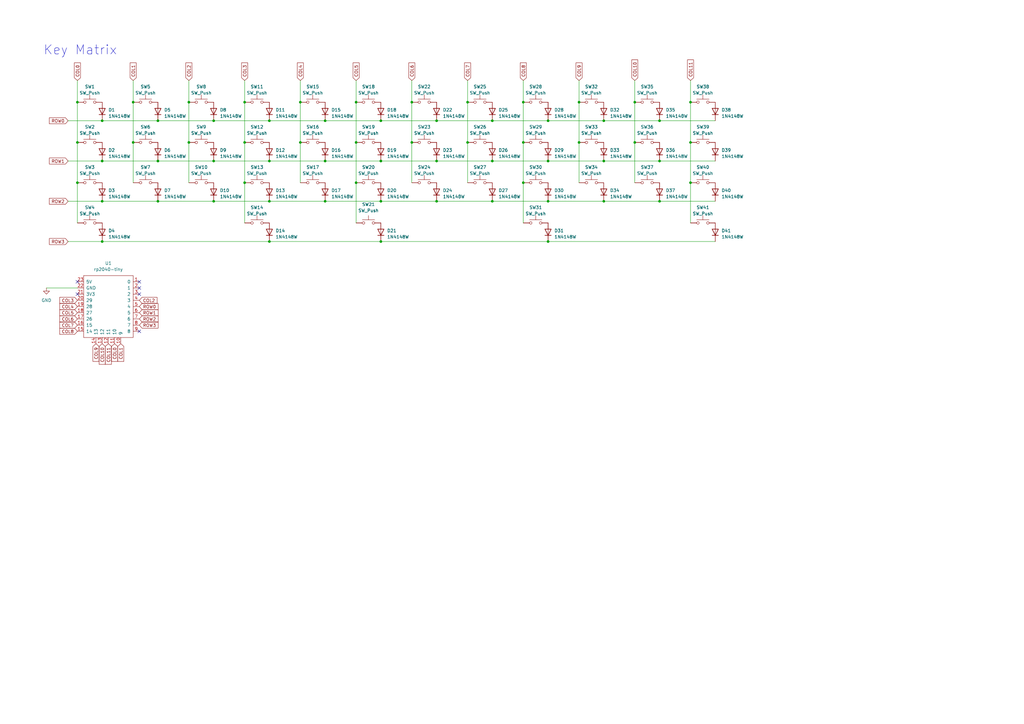
<source format=kicad_sch>
(kicad_sch (version 20230121) (generator eeschema)

  (uuid 3d120d70-8016-4f25-b980-ad33d03c9704)

  (paper "A3")

  (title_block
    (title "Slab40 PCB")
    (date "2024-08-09")
    (rev "v1.0")
    (company "@ymkn")
  )

  (lib_symbols
    (symbol "Diode:1N4148W" (pin_numbers hide) (pin_names hide) (in_bom yes) (on_board yes)
      (property "Reference" "D" (at 0 2.54 0)
        (effects (font (size 1.27 1.27)))
      )
      (property "Value" "1N4148W" (at 0 -2.54 0)
        (effects (font (size 1.27 1.27)))
      )
      (property "Footprint" "Diode_SMD:D_SOD-123" (at 0 -4.445 0)
        (effects (font (size 1.27 1.27)) hide)
      )
      (property "Datasheet" "https://www.vishay.com/docs/85748/1n4148w.pdf" (at 0 0 0)
        (effects (font (size 1.27 1.27)) hide)
      )
      (property "Sim.Device" "D" (at 0 0 0)
        (effects (font (size 1.27 1.27)) hide)
      )
      (property "Sim.Pins" "1=K 2=A" (at 0 0 0)
        (effects (font (size 1.27 1.27)) hide)
      )
      (property "ki_keywords" "diode" (at 0 0 0)
        (effects (font (size 1.27 1.27)) hide)
      )
      (property "ki_description" "75V 0.15A Fast Switching Diode, SOD-123" (at 0 0 0)
        (effects (font (size 1.27 1.27)) hide)
      )
      (property "ki_fp_filters" "D*SOD?123*" (at 0 0 0)
        (effects (font (size 1.27 1.27)) hide)
      )
      (symbol "1N4148W_0_1"
        (polyline
          (pts
            (xy -1.27 1.27)
            (xy -1.27 -1.27)
          )
          (stroke (width 0.254) (type default))
          (fill (type none))
        )
        (polyline
          (pts
            (xy 1.27 0)
            (xy -1.27 0)
          )
          (stroke (width 0) (type default))
          (fill (type none))
        )
        (polyline
          (pts
            (xy 1.27 1.27)
            (xy 1.27 -1.27)
            (xy -1.27 0)
            (xy 1.27 1.27)
          )
          (stroke (width 0.254) (type default))
          (fill (type none))
        )
      )
      (symbol "1N4148W_1_1"
        (pin passive line (at -3.81 0 0) (length 2.54)
          (name "K" (effects (font (size 1.27 1.27))))
          (number "1" (effects (font (size 1.27 1.27))))
        )
        (pin passive line (at 3.81 0 180) (length 2.54)
          (name "A" (effects (font (size 1.27 1.27))))
          (number "2" (effects (font (size 1.27 1.27))))
        )
      )
    )
    (symbol "Switch:SW_Push" (pin_numbers hide) (pin_names (offset 1.016) hide) (in_bom yes) (on_board yes)
      (property "Reference" "SW" (at 1.27 2.54 0)
        (effects (font (size 1.27 1.27)) (justify left))
      )
      (property "Value" "SW_Push" (at 0 -1.524 0)
        (effects (font (size 1.27 1.27)))
      )
      (property "Footprint" "" (at 0 5.08 0)
        (effects (font (size 1.27 1.27)) hide)
      )
      (property "Datasheet" "~" (at 0 5.08 0)
        (effects (font (size 1.27 1.27)) hide)
      )
      (property "ki_keywords" "switch normally-open pushbutton push-button" (at 0 0 0)
        (effects (font (size 1.27 1.27)) hide)
      )
      (property "ki_description" "Push button switch, generic, two pins" (at 0 0 0)
        (effects (font (size 1.27 1.27)) hide)
      )
      (symbol "SW_Push_0_1"
        (circle (center -2.032 0) (radius 0.508)
          (stroke (width 0) (type default))
          (fill (type none))
        )
        (polyline
          (pts
            (xy 0 1.27)
            (xy 0 3.048)
          )
          (stroke (width 0) (type default))
          (fill (type none))
        )
        (polyline
          (pts
            (xy 2.54 1.27)
            (xy -2.54 1.27)
          )
          (stroke (width 0) (type default))
          (fill (type none))
        )
        (circle (center 2.032 0) (radius 0.508)
          (stroke (width 0) (type default))
          (fill (type none))
        )
        (pin passive line (at -5.08 0 0) (length 2.54)
          (name "1" (effects (font (size 1.27 1.27))))
          (number "1" (effects (font (size 1.27 1.27))))
        )
        (pin passive line (at 5.08 0 180) (length 2.54)
          (name "2" (effects (font (size 1.27 1.27))))
          (number "2" (effects (font (size 1.27 1.27))))
        )
      )
    )
    (symbol "power:GND" (power) (pin_names (offset 0)) (in_bom yes) (on_board yes)
      (property "Reference" "#PWR" (at 0 -6.35 0)
        (effects (font (size 1.27 1.27)) hide)
      )
      (property "Value" "GND" (at 0 -3.81 0)
        (effects (font (size 1.27 1.27)))
      )
      (property "Footprint" "" (at 0 0 0)
        (effects (font (size 1.27 1.27)) hide)
      )
      (property "Datasheet" "" (at 0 0 0)
        (effects (font (size 1.27 1.27)) hide)
      )
      (property "ki_keywords" "global power" (at 0 0 0)
        (effects (font (size 1.27 1.27)) hide)
      )
      (property "ki_description" "Power symbol creates a global label with name \"GND\" , ground" (at 0 0 0)
        (effects (font (size 1.27 1.27)) hide)
      )
      (symbol "GND_0_1"
        (polyline
          (pts
            (xy 0 0)
            (xy 0 -1.27)
            (xy 1.27 -1.27)
            (xy 0 -2.54)
            (xy -1.27 -1.27)
            (xy 0 -1.27)
          )
          (stroke (width 0) (type default))
          (fill (type none))
        )
      )
      (symbol "GND_1_1"
        (pin power_in line (at 0 0 270) (length 0) hide
          (name "GND" (effects (font (size 1.27 1.27))))
          (number "1" (effects (font (size 1.27 1.27))))
        )
      )
    )
    (symbol "rp2040-tiny-mod:rp2040-tiny" (pin_names (offset 1.016)) (in_bom yes) (on_board yes)
      (property "Reference" "U" (at 0 15.24 0)
        (effects (font (size 1.27 1.27)))
      )
      (property "Value" "rp2040-tiny" (at 0 12.7 0)
        (effects (font (size 1.27 1.27)))
      )
      (property "Footprint" "" (at -8.89 5.08 0)
        (effects (font (size 1.27 1.27)) hide)
      )
      (property "Datasheet" "" (at -8.89 5.08 0)
        (effects (font (size 1.27 1.27)) hide)
      )
      (symbol "rp2040-tiny_0_1"
        (rectangle (start -10.16 11.43) (end 10.16 -13.97)
          (stroke (width 0) (type default))
          (fill (type none))
        )
      )
      (symbol "rp2040-tiny_1_1"
        (pin bidirectional line (at 12.7 8.89 180) (length 2.54)
          (name "0" (effects (font (size 1.27 1.27))))
          (number "1" (effects (font (size 1.27 1.27))))
        )
        (pin bidirectional line (at 5.08 -16.51 90) (length 2.54)
          (name "9" (effects (font (size 1.27 1.27))))
          (number "10" (effects (font (size 1.27 1.27))))
        )
        (pin bidirectional line (at 2.54 -16.51 90) (length 2.54)
          (name "10" (effects (font (size 1.27 1.27))))
          (number "11" (effects (font (size 1.27 1.27))))
        )
        (pin bidirectional line (at 0 -16.51 90) (length 2.54)
          (name "11" (effects (font (size 1.27 1.27))))
          (number "12" (effects (font (size 1.27 1.27))))
        )
        (pin bidirectional line (at -2.54 -16.51 90) (length 2.54)
          (name "12" (effects (font (size 1.27 1.27))))
          (number "13" (effects (font (size 1.27 1.27))))
        )
        (pin bidirectional line (at -5.08 -16.51 90) (length 2.54)
          (name "13" (effects (font (size 1.27 1.27))))
          (number "14" (effects (font (size 1.27 1.27))))
        )
        (pin bidirectional line (at -12.7 -11.43 0) (length 2.54)
          (name "14" (effects (font (size 1.27 1.27))))
          (number "15" (effects (font (size 1.27 1.27))))
        )
        (pin bidirectional line (at -12.7 -8.89 0) (length 2.54)
          (name "15" (effects (font (size 1.27 1.27))))
          (number "16" (effects (font (size 1.27 1.27))))
        )
        (pin bidirectional line (at -12.7 -6.35 0) (length 2.54)
          (name "26" (effects (font (size 1.27 1.27))))
          (number "17" (effects (font (size 1.27 1.27))))
        )
        (pin bidirectional line (at -12.7 -3.81 0) (length 2.54)
          (name "27" (effects (font (size 1.27 1.27))))
          (number "18" (effects (font (size 1.27 1.27))))
        )
        (pin bidirectional line (at -12.7 -1.27 0) (length 2.54)
          (name "28" (effects (font (size 1.27 1.27))))
          (number "19" (effects (font (size 1.27 1.27))))
        )
        (pin bidirectional line (at 12.7 6.35 180) (length 2.54)
          (name "1" (effects (font (size 1.27 1.27))))
          (number "2" (effects (font (size 1.27 1.27))))
        )
        (pin bidirectional line (at -12.7 1.27 0) (length 2.54)
          (name "29" (effects (font (size 1.27 1.27))))
          (number "20" (effects (font (size 1.27 1.27))))
        )
        (pin power_out line (at -12.7 3.81 0) (length 2.54)
          (name "3V3" (effects (font (size 1.27 1.27))))
          (number "21" (effects (font (size 1.27 1.27))))
        )
        (pin power_out line (at -12.7 6.35 0) (length 2.54)
          (name "GND" (effects (font (size 1.27 1.27))))
          (number "22" (effects (font (size 1.27 1.27))))
        )
        (pin power_out line (at -12.7 8.89 0) (length 2.54)
          (name "5V" (effects (font (size 1.27 1.27))))
          (number "23" (effects (font (size 1.27 1.27))))
        )
        (pin bidirectional line (at 12.7 3.81 180) (length 2.54)
          (name "2" (effects (font (size 1.27 1.27))))
          (number "3" (effects (font (size 1.27 1.27))))
        )
        (pin bidirectional line (at 12.7 1.27 180) (length 2.54)
          (name "3" (effects (font (size 1.27 1.27))))
          (number "4" (effects (font (size 1.27 1.27))))
        )
        (pin bidirectional line (at 12.7 -1.27 180) (length 2.54)
          (name "4" (effects (font (size 1.27 1.27))))
          (number "5" (effects (font (size 1.27 1.27))))
        )
        (pin bidirectional line (at 12.7 -3.81 180) (length 2.54)
          (name "5" (effects (font (size 1.27 1.27))))
          (number "6" (effects (font (size 1.27 1.27))))
        )
        (pin bidirectional line (at 12.7 -6.35 180) (length 2.54)
          (name "6" (effects (font (size 1.27 1.27))))
          (number "7" (effects (font (size 1.27 1.27))))
        )
        (pin bidirectional line (at 12.7 -8.89 180) (length 2.54)
          (name "7" (effects (font (size 1.27 1.27))))
          (number "8" (effects (font (size 1.27 1.27))))
        )
        (pin bidirectional line (at 12.7 -11.43 180) (length 2.54)
          (name "8" (effects (font (size 1.27 1.27))))
          (number "9" (effects (font (size 1.27 1.27))))
        )
      )
    )
  )

  (junction (at 31.75 41.91) (diameter 0) (color 0 0 0 0)
    (uuid 06882b42-2b50-4dad-95f2-327a5d40e978)
  )
  (junction (at 156.21 99.06) (diameter 0) (color 0 0 0 0)
    (uuid 0c6ff1b5-25fe-420a-9382-03bdd281d4f7)
  )
  (junction (at 41.91 82.55) (diameter 0) (color 0 0 0 0)
    (uuid 1091664d-f26a-408b-923c-1fcd93e7cd10)
  )
  (junction (at 247.65 49.53) (diameter 0) (color 0 0 0 0)
    (uuid 1105963c-1813-477f-828b-1f01512cab82)
  )
  (junction (at 237.49 58.42) (diameter 0) (color 0 0 0 0)
    (uuid 11f3dbba-5686-4f95-a215-318a5844de14)
  )
  (junction (at 224.79 82.55) (diameter 0) (color 0 0 0 0)
    (uuid 1f37baff-9a2f-470e-85f5-82c5899f3b15)
  )
  (junction (at 31.75 58.42) (diameter 0) (color 0 0 0 0)
    (uuid 1f40682f-3ec1-44c4-99f2-354a5198749c)
  )
  (junction (at 191.77 41.91) (diameter 0) (color 0 0 0 0)
    (uuid 1fe1951e-5d18-44da-b66a-5a339fccc40c)
  )
  (junction (at 179.07 49.53) (diameter 0) (color 0 0 0 0)
    (uuid 2818f7a1-3bc2-4482-b80e-ec40bf97e20d)
  )
  (junction (at 224.79 66.04) (diameter 0) (color 0 0 0 0)
    (uuid 29ab4374-03fe-4109-80eb-50e11d805ae7)
  )
  (junction (at 31.75 74.93) (diameter 0) (color 0 0 0 0)
    (uuid 2b7f6c3c-5e25-42fa-906e-841529e86ade)
  )
  (junction (at 77.47 58.42) (diameter 0) (color 0 0 0 0)
    (uuid 2db1e1ca-7e8f-440b-a78d-4693038bccf5)
  )
  (junction (at 237.49 41.91) (diameter 0) (color 0 0 0 0)
    (uuid 40aa3eed-4161-4cd9-8134-03531f7c27de)
  )
  (junction (at 100.33 41.91) (diameter 0) (color 0 0 0 0)
    (uuid 4f81bb58-3777-4ba3-b833-e0d0487032a6)
  )
  (junction (at 270.51 66.04) (diameter 0) (color 0 0 0 0)
    (uuid 515a4ed8-e201-4fed-9288-5d76ed3712b3)
  )
  (junction (at 201.93 66.04) (diameter 0) (color 0 0 0 0)
    (uuid 53860e94-76c9-4450-b62b-272733d04d69)
  )
  (junction (at 110.49 82.55) (diameter 0) (color 0 0 0 0)
    (uuid 549e0377-15f3-43f9-89a3-b9ad929eee1b)
  )
  (junction (at 156.21 66.04) (diameter 0) (color 0 0 0 0)
    (uuid 5847f15a-0a62-4b34-aebc-32431389fb96)
  )
  (junction (at 270.51 49.53) (diameter 0) (color 0 0 0 0)
    (uuid 5a735d48-fd37-4298-a9da-f7424b1adcb2)
  )
  (junction (at 168.91 58.42) (diameter 0) (color 0 0 0 0)
    (uuid 5c4827eb-bdf5-4d67-a71a-3282eb75fafa)
  )
  (junction (at 156.21 82.55) (diameter 0) (color 0 0 0 0)
    (uuid 5cff1800-33a2-4830-ae51-fc8281f2f1f6)
  )
  (junction (at 179.07 82.55) (diameter 0) (color 0 0 0 0)
    (uuid 616ebb15-8554-4175-91cb-f0d203ae614b)
  )
  (junction (at 283.21 58.42) (diameter 0) (color 0 0 0 0)
    (uuid 698092b3-27c8-4a16-83f7-e8d8e83a715e)
  )
  (junction (at 260.35 58.42) (diameter 0) (color 0 0 0 0)
    (uuid 6bfc433e-a450-4eda-a8a4-13b829d3f691)
  )
  (junction (at 87.63 49.53) (diameter 0) (color 0 0 0 0)
    (uuid 6c056df3-7308-49b5-967d-891ab9d00248)
  )
  (junction (at 123.19 41.91) (diameter 0) (color 0 0 0 0)
    (uuid 6cd4f5cd-734a-4aac-9783-3b391d82d4f2)
  )
  (junction (at 201.93 49.53) (diameter 0) (color 0 0 0 0)
    (uuid 6e2945df-1e09-4a33-85fe-30f635d0b665)
  )
  (junction (at 110.49 49.53) (diameter 0) (color 0 0 0 0)
    (uuid 6eb21a61-a881-4323-b318-50bd4b866648)
  )
  (junction (at 41.91 66.04) (diameter 0) (color 0 0 0 0)
    (uuid 710bcd4e-759e-4684-8195-4da21c23b0ba)
  )
  (junction (at 201.93 82.55) (diameter 0) (color 0 0 0 0)
    (uuid 72147193-747d-4278-a1a8-99a4784d7900)
  )
  (junction (at 41.91 99.06) (diameter 0) (color 0 0 0 0)
    (uuid 737320ca-1185-45af-b590-ac566cc3b056)
  )
  (junction (at 100.33 58.42) (diameter 0) (color 0 0 0 0)
    (uuid 7ab82a1d-9444-4357-9e44-4d9dfa2d69fd)
  )
  (junction (at 87.63 66.04) (diameter 0) (color 0 0 0 0)
    (uuid 7c8c3532-7712-4bd8-b56b-d3fd53fb3670)
  )
  (junction (at 214.63 74.93) (diameter 0) (color 0 0 0 0)
    (uuid 8f53eb52-1bd7-4743-98cb-3e780806e33b)
  )
  (junction (at 123.19 58.42) (diameter 0) (color 0 0 0 0)
    (uuid 97a6c763-2276-4d5a-8f7b-d77bdd901f6b)
  )
  (junction (at 146.05 58.42) (diameter 0) (color 0 0 0 0)
    (uuid 99f620f6-7c93-479c-8868-725b61210d7f)
  )
  (junction (at 179.07 66.04) (diameter 0) (color 0 0 0 0)
    (uuid a39b5a97-1c65-4984-a0df-ecf84919e0ef)
  )
  (junction (at 247.65 82.55) (diameter 0) (color 0 0 0 0)
    (uuid aa6dd769-e57e-431c-92db-9da4fa12f39f)
  )
  (junction (at 133.35 82.55) (diameter 0) (color 0 0 0 0)
    (uuid ab587ae7-f301-4ac0-a63e-6a0038b62b02)
  )
  (junction (at 64.77 49.53) (diameter 0) (color 0 0 0 0)
    (uuid ace797fe-961c-4d1b-82b3-db9e9ce415da)
  )
  (junction (at 260.35 41.91) (diameter 0) (color 0 0 0 0)
    (uuid acf6ec70-23f7-4f45-874e-b81561a52a6b)
  )
  (junction (at 64.77 82.55) (diameter 0) (color 0 0 0 0)
    (uuid ae1f42bb-115d-4497-82c4-fec709cfa9c3)
  )
  (junction (at 64.77 66.04) (diameter 0) (color 0 0 0 0)
    (uuid b2205849-0450-4ffa-b6c9-9e29132407e9)
  )
  (junction (at 146.05 41.91) (diameter 0) (color 0 0 0 0)
    (uuid b42b5021-4ce3-4bf4-8a9f-2b74fedc2657)
  )
  (junction (at 168.91 41.91) (diameter 0) (color 0 0 0 0)
    (uuid b68b3450-29bb-47ba-b26a-fa9d9d24a8e2)
  )
  (junction (at 41.91 49.53) (diameter 0) (color 0 0 0 0)
    (uuid b8c43360-dd5f-4c0b-8c93-dd3571184a21)
  )
  (junction (at 100.33 74.93) (diameter 0) (color 0 0 0 0)
    (uuid bad690c2-314e-41f2-b8d4-df75897f0854)
  )
  (junction (at 224.79 99.06) (diameter 0) (color 0 0 0 0)
    (uuid bf13c77c-bf6c-461a-926f-8c6ec1fa58d0)
  )
  (junction (at 77.47 41.91) (diameter 0) (color 0 0 0 0)
    (uuid bfcc6aa7-529e-4996-b1e1-bcc2e789c405)
  )
  (junction (at 54.61 41.91) (diameter 0) (color 0 0 0 0)
    (uuid c27b1e2b-1f2a-4a98-8055-628268adf86f)
  )
  (junction (at 87.63 82.55) (diameter 0) (color 0 0 0 0)
    (uuid c6a92c51-7240-4187-8414-8feb15ec2073)
  )
  (junction (at 110.49 99.06) (diameter 0) (color 0 0 0 0)
    (uuid c6d85e60-b578-4653-ae33-b8a19635906c)
  )
  (junction (at 247.65 66.04) (diameter 0) (color 0 0 0 0)
    (uuid cfe60cfa-9e43-4e97-a145-cdd57733b42f)
  )
  (junction (at 214.63 58.42) (diameter 0) (color 0 0 0 0)
    (uuid d1b7e2c2-cbb0-4e88-8c50-03e4c5f7a3b6)
  )
  (junction (at 270.51 82.55) (diameter 0) (color 0 0 0 0)
    (uuid d454ac6c-c2ce-4fca-bf54-176ff385b766)
  )
  (junction (at 54.61 58.42) (diameter 0) (color 0 0 0 0)
    (uuid d47d335f-f747-41ee-9635-eb46bce7fac1)
  )
  (junction (at 283.21 74.93) (diameter 0) (color 0 0 0 0)
    (uuid d4cadd5a-c43a-41cc-a6da-dfe6a8aa9a06)
  )
  (junction (at 214.63 41.91) (diameter 0) (color 0 0 0 0)
    (uuid d58e5874-2c36-4442-9c42-27a6b7eb712e)
  )
  (junction (at 133.35 49.53) (diameter 0) (color 0 0 0 0)
    (uuid d7fd0e6e-1ac3-42c3-9eeb-3ecb6c32f9f9)
  )
  (junction (at 224.79 49.53) (diameter 0) (color 0 0 0 0)
    (uuid e19aa5e2-f5ba-4be3-b5d1-c50c3289d128)
  )
  (junction (at 156.21 49.53) (diameter 0) (color 0 0 0 0)
    (uuid e1a5940f-a473-49c3-8a08-a4fd6417ed43)
  )
  (junction (at 283.21 41.91) (diameter 0) (color 0 0 0 0)
    (uuid e3e86b0c-4116-4fbc-9d24-cfe79f6727a4)
  )
  (junction (at 146.05 74.93) (diameter 0) (color 0 0 0 0)
    (uuid e9825ace-5099-4e1a-a431-fa37cfebaca6)
  )
  (junction (at 133.35 66.04) (diameter 0) (color 0 0 0 0)
    (uuid f3922595-e348-473d-88e5-5706da048701)
  )
  (junction (at 110.49 66.04) (diameter 0) (color 0 0 0 0)
    (uuid f63649ba-be35-4e45-8524-a9ba4040bb05)
  )
  (junction (at 191.77 58.42) (diameter 0) (color 0 0 0 0)
    (uuid ff8746ef-66e6-42dc-b700-b8c1cf294915)
  )

  (no_connect (at 31.75 120.65) (uuid 35415828-6ce1-4cf4-9001-afb65fd89e1d))
  (no_connect (at 57.15 118.11) (uuid 74fc9f21-45c9-406e-8ec2-75b33599754e))
  (no_connect (at 57.15 115.57) (uuid a0c6301f-ceeb-4733-bef0-fc9b431a0b73))
  (no_connect (at 57.15 120.65) (uuid ca26cbe6-5df1-4cc7-915e-fa0a5b242fd9))
  (no_connect (at 57.15 135.89) (uuid f6418a4d-ad5e-4c34-9c6e-72f494489c4d))
  (no_connect (at 31.75 115.57) (uuid fd369514-7d7f-4ba5-ae09-b81207d9db18))

  (wire (pts (xy 31.75 74.93) (xy 31.75 91.44))
    (stroke (width 0) (type default))
    (uuid 003a76be-378e-462e-b814-62b9f671404a)
  )
  (wire (pts (xy 146.05 74.93) (xy 146.05 91.44))
    (stroke (width 0) (type default))
    (uuid 00f44401-cd11-44f3-825d-04d4b703ef6f)
  )
  (wire (pts (xy 27.94 66.04) (xy 41.91 66.04))
    (stroke (width 0) (type default))
    (uuid 03e40a4a-0513-4eaf-87c4-bb6fbb283b1b)
  )
  (wire (pts (xy 87.63 82.55) (xy 110.49 82.55))
    (stroke (width 0) (type default))
    (uuid 0854892b-2de5-4c07-900b-d0b5564c0146)
  )
  (wire (pts (xy 237.49 33.02) (xy 237.49 41.91))
    (stroke (width 0) (type default))
    (uuid 08a2542e-baf2-4120-947b-0695fb1bd0f4)
  )
  (wire (pts (xy 100.33 74.93) (xy 100.33 91.44))
    (stroke (width 0) (type default))
    (uuid 0dd670c0-e1a5-410f-a8b2-4fd7b10e2c9e)
  )
  (wire (pts (xy 283.21 41.91) (xy 283.21 58.42))
    (stroke (width 0) (type default))
    (uuid 1169b4ab-9632-42c9-b081-50a175ab2ad8)
  )
  (wire (pts (xy 31.75 33.02) (xy 31.75 41.91))
    (stroke (width 0) (type default))
    (uuid 182c859d-5299-4256-98d6-3c56ded9a431)
  )
  (wire (pts (xy 179.07 82.55) (xy 201.93 82.55))
    (stroke (width 0) (type default))
    (uuid 1cc05396-97b5-434b-b95c-4ea93fbc4e37)
  )
  (wire (pts (xy 224.79 66.04) (xy 247.65 66.04))
    (stroke (width 0) (type default))
    (uuid 1f0e7d3d-1908-4ccc-a596-77501bf8f927)
  )
  (wire (pts (xy 77.47 41.91) (xy 77.47 58.42))
    (stroke (width 0) (type default))
    (uuid 22ae3887-a16e-48c2-a524-ef3f7e7e15c8)
  )
  (wire (pts (xy 41.91 82.55) (xy 64.77 82.55))
    (stroke (width 0) (type default))
    (uuid 23412317-84f5-4f53-88d8-f97cd8f41631)
  )
  (wire (pts (xy 54.61 41.91) (xy 54.61 58.42))
    (stroke (width 0) (type default))
    (uuid 28d6fc24-8d94-4014-91f1-3ecae70d3ab2)
  )
  (wire (pts (xy 123.19 33.02) (xy 123.19 41.91))
    (stroke (width 0) (type default))
    (uuid 2cb6fbd8-1ad8-46d9-9d99-31df4515b194)
  )
  (wire (pts (xy 146.05 33.02) (xy 146.05 41.91))
    (stroke (width 0) (type default))
    (uuid 2fcf5c50-ae73-42d5-8b86-fe23b8a37bfe)
  )
  (wire (pts (xy 87.63 66.04) (xy 110.49 66.04))
    (stroke (width 0) (type default))
    (uuid 3ce6e48a-d650-4c7f-b5cc-b73f4d3c11c2)
  )
  (wire (pts (xy 191.77 41.91) (xy 191.77 58.42))
    (stroke (width 0) (type default))
    (uuid 3e4070b4-5815-456a-8655-6359a058a72c)
  )
  (wire (pts (xy 260.35 33.02) (xy 260.35 41.91))
    (stroke (width 0) (type default))
    (uuid 4584dbee-4aba-4dd1-bcc2-1b86057b3380)
  )
  (wire (pts (xy 201.93 66.04) (xy 224.79 66.04))
    (stroke (width 0) (type default))
    (uuid 4980a438-e5c0-4f49-aa07-365928525541)
  )
  (wire (pts (xy 87.63 49.53) (xy 110.49 49.53))
    (stroke (width 0) (type default))
    (uuid 504e0710-e3f9-4630-9beb-b40fd0dfb6c1)
  )
  (wire (pts (xy 156.21 66.04) (xy 179.07 66.04))
    (stroke (width 0) (type default))
    (uuid 505fc995-7663-4850-9b5f-5a6d9346b5c2)
  )
  (wire (pts (xy 214.63 33.02) (xy 214.63 41.91))
    (stroke (width 0) (type default))
    (uuid 506fac66-e91b-4fef-95d2-7e1440bd1b8b)
  )
  (wire (pts (xy 214.63 58.42) (xy 214.63 74.93))
    (stroke (width 0) (type default))
    (uuid 52852e8d-f3b5-42cf-be50-f85177e289b7)
  )
  (wire (pts (xy 179.07 49.53) (xy 201.93 49.53))
    (stroke (width 0) (type default))
    (uuid 55160174-58ce-4e6e-bd12-f42a81c49825)
  )
  (wire (pts (xy 214.63 74.93) (xy 214.63 91.44))
    (stroke (width 0) (type default))
    (uuid 573f9bc7-139c-4a53-bbec-770e70d65838)
  )
  (wire (pts (xy 283.21 58.42) (xy 283.21 74.93))
    (stroke (width 0) (type default))
    (uuid 5b1d6ae3-e2a0-4595-bf26-7af72afd20b7)
  )
  (wire (pts (xy 54.61 58.42) (xy 54.61 74.93))
    (stroke (width 0) (type default))
    (uuid 5d59829a-0bed-43db-a24c-14ce568eec38)
  )
  (wire (pts (xy 237.49 58.42) (xy 237.49 74.93))
    (stroke (width 0) (type default))
    (uuid 5e6622bf-f3aa-409b-ab7d-c5e7a13ab578)
  )
  (wire (pts (xy 224.79 49.53) (xy 247.65 49.53))
    (stroke (width 0) (type default))
    (uuid 622324e3-0e71-4789-8f03-731593d4bf7d)
  )
  (wire (pts (xy 168.91 41.91) (xy 168.91 58.42))
    (stroke (width 0) (type default))
    (uuid 633fcd9d-0b27-4d81-8c5d-2b93bd81040c)
  )
  (wire (pts (xy 168.91 33.02) (xy 168.91 41.91))
    (stroke (width 0) (type default))
    (uuid 639e8bc7-3cc9-4d7d-9b14-4c0a0ad94643)
  )
  (wire (pts (xy 41.91 66.04) (xy 64.77 66.04))
    (stroke (width 0) (type default))
    (uuid 63c035a9-cc05-4c21-ba79-d8cbe66631a0)
  )
  (wire (pts (xy 224.79 99.06) (xy 293.37 99.06))
    (stroke (width 0) (type default))
    (uuid 65870e74-8303-437f-ba8e-192e62670111)
  )
  (wire (pts (xy 100.33 41.91) (xy 100.33 58.42))
    (stroke (width 0) (type default))
    (uuid 673c280c-e6d3-4743-abff-fc5e87ebfd76)
  )
  (wire (pts (xy 260.35 58.42) (xy 260.35 74.93))
    (stroke (width 0) (type default))
    (uuid 67617ca2-0d7d-4134-bd28-ad1289f03621)
  )
  (wire (pts (xy 123.19 58.42) (xy 123.19 74.93))
    (stroke (width 0) (type default))
    (uuid 68bb88dc-ef85-40b4-abf9-9a2ae42211b9)
  )
  (wire (pts (xy 146.05 58.42) (xy 146.05 74.93))
    (stroke (width 0) (type default))
    (uuid 68e5d515-a1fd-41e3-8a4c-9d03adb62850)
  )
  (wire (pts (xy 146.05 41.91) (xy 146.05 58.42))
    (stroke (width 0) (type default))
    (uuid 69576bea-3d93-4d7e-b5d4-9c8370729f06)
  )
  (wire (pts (xy 270.51 49.53) (xy 293.37 49.53))
    (stroke (width 0) (type default))
    (uuid 6999b027-b022-43c0-82d6-2dcc43553ac2)
  )
  (wire (pts (xy 133.35 82.55) (xy 156.21 82.55))
    (stroke (width 0) (type default))
    (uuid 6d19b59d-1273-4b73-a697-c2dafd9b03f8)
  )
  (wire (pts (xy 123.19 41.91) (xy 123.19 58.42))
    (stroke (width 0) (type default))
    (uuid 6eba61b1-2203-419e-a9fa-a29f6cee7dfe)
  )
  (wire (pts (xy 110.49 99.06) (xy 156.21 99.06))
    (stroke (width 0) (type default))
    (uuid 79094e35-c9f2-40a5-901c-fcdeaf277f54)
  )
  (wire (pts (xy 27.94 99.06) (xy 41.91 99.06))
    (stroke (width 0) (type default))
    (uuid 79474414-4002-4d02-a0e6-7495dd66fc19)
  )
  (wire (pts (xy 156.21 99.06) (xy 224.79 99.06))
    (stroke (width 0) (type default))
    (uuid 799fce91-822c-4466-ab92-a89076e16192)
  )
  (wire (pts (xy 77.47 33.02) (xy 77.47 41.91))
    (stroke (width 0) (type default))
    (uuid 7b305a23-7070-430f-bfde-c5a9bd138619)
  )
  (wire (pts (xy 201.93 82.55) (xy 224.79 82.55))
    (stroke (width 0) (type default))
    (uuid 7b739cc7-c7ec-4c9f-bc3f-de1c04aef5aa)
  )
  (wire (pts (xy 191.77 33.02) (xy 191.77 41.91))
    (stroke (width 0) (type default))
    (uuid 8942ede9-ff65-4407-82f3-59faa09130a4)
  )
  (wire (pts (xy 237.49 41.91) (xy 237.49 58.42))
    (stroke (width 0) (type default))
    (uuid 8c3e255d-9ecc-482b-b371-ccd19a43db9a)
  )
  (wire (pts (xy 110.49 66.04) (xy 133.35 66.04))
    (stroke (width 0) (type default))
    (uuid 9177dc31-bffe-4122-bc9c-62f2e5df2f7e)
  )
  (wire (pts (xy 179.07 66.04) (xy 201.93 66.04))
    (stroke (width 0) (type default))
    (uuid 9c6d36d5-1213-4625-8e24-5909a125b6f2)
  )
  (wire (pts (xy 110.49 49.53) (xy 133.35 49.53))
    (stroke (width 0) (type default))
    (uuid 9f8168f1-79aa-41ad-843e-bf201d48c0cd)
  )
  (wire (pts (xy 100.33 33.02) (xy 100.33 41.91))
    (stroke (width 0) (type default))
    (uuid a94c4ae8-b233-4fd7-b596-f29982d38845)
  )
  (wire (pts (xy 270.51 66.04) (xy 293.37 66.04))
    (stroke (width 0) (type default))
    (uuid aea5f482-43a8-4bcd-9492-7a1346ca1bd4)
  )
  (wire (pts (xy 283.21 33.02) (xy 283.21 41.91))
    (stroke (width 0) (type default))
    (uuid aeda49e9-753c-4eb7-b085-d28178dca0b4)
  )
  (wire (pts (xy 270.51 82.55) (xy 293.37 82.55))
    (stroke (width 0) (type default))
    (uuid af63aef8-d820-4853-99c4-f6354120664c)
  )
  (wire (pts (xy 31.75 58.42) (xy 31.75 74.93))
    (stroke (width 0) (type default))
    (uuid b15cf943-3b3c-41ad-9ae7-d43588d05630)
  )
  (wire (pts (xy 110.49 82.55) (xy 133.35 82.55))
    (stroke (width 0) (type default))
    (uuid b1ae8ef6-950c-4509-a43d-2fb2d8c04aef)
  )
  (wire (pts (xy 214.63 41.91) (xy 214.63 58.42))
    (stroke (width 0) (type default))
    (uuid b4f8cf83-33ab-45fe-ac53-ca16d8dd052d)
  )
  (wire (pts (xy 133.35 66.04) (xy 156.21 66.04))
    (stroke (width 0) (type default))
    (uuid b630c2e9-a992-422a-ba3c-852fa660fa7b)
  )
  (wire (pts (xy 168.91 58.42) (xy 168.91 74.93))
    (stroke (width 0) (type default))
    (uuid b766d3ac-66dc-4561-9c24-0c149f64885f)
  )
  (wire (pts (xy 54.61 33.02) (xy 54.61 41.91))
    (stroke (width 0) (type default))
    (uuid c5329e63-e3a8-429c-8e62-6077e71c9be2)
  )
  (wire (pts (xy 260.35 41.91) (xy 260.35 58.42))
    (stroke (width 0) (type default))
    (uuid c5e39149-5573-4ffd-9431-a9846ea2e652)
  )
  (wire (pts (xy 64.77 66.04) (xy 87.63 66.04))
    (stroke (width 0) (type default))
    (uuid c9f2c207-a51b-46c1-b768-6d7ca46491f6)
  )
  (wire (pts (xy 201.93 49.53) (xy 224.79 49.53))
    (stroke (width 0) (type default))
    (uuid ca1b61ed-87b4-4a0b-84a5-18e7fd6efcd9)
  )
  (wire (pts (xy 191.77 58.42) (xy 191.77 74.93))
    (stroke (width 0) (type default))
    (uuid cc2bf21b-bf82-4a0d-9cd9-ee3e3a7bada7)
  )
  (wire (pts (xy 247.65 49.53) (xy 270.51 49.53))
    (stroke (width 0) (type default))
    (uuid cfa0b9e3-47a7-426f-b95b-f08fe3eca3fe)
  )
  (wire (pts (xy 247.65 66.04) (xy 270.51 66.04))
    (stroke (width 0) (type default))
    (uuid d238a8b9-d147-4aff-99be-29c1e2767e4d)
  )
  (wire (pts (xy 133.35 49.53) (xy 156.21 49.53))
    (stroke (width 0) (type default))
    (uuid db8eb281-0000-4552-8128-613e8d7ff77f)
  )
  (wire (pts (xy 224.79 82.55) (xy 247.65 82.55))
    (stroke (width 0) (type default))
    (uuid dc1480e3-08d7-434f-92a2-3b6aa357593f)
  )
  (wire (pts (xy 64.77 49.53) (xy 87.63 49.53))
    (stroke (width 0) (type default))
    (uuid dc75cc94-49c1-4c99-a8eb-ad545b5e15d3)
  )
  (wire (pts (xy 27.94 82.55) (xy 41.91 82.55))
    (stroke (width 0) (type default))
    (uuid ddd1ac06-3807-4c9d-8ff6-31128586e643)
  )
  (wire (pts (xy 100.33 58.42) (xy 100.33 74.93))
    (stroke (width 0) (type default))
    (uuid de0d10c9-64e2-4878-b4cb-3e60dd237fe7)
  )
  (wire (pts (xy 41.91 99.06) (xy 110.49 99.06))
    (stroke (width 0) (type default))
    (uuid e0a6790c-bddb-4ad3-a49b-0f48ef1c735e)
  )
  (wire (pts (xy 77.47 58.42) (xy 77.47 74.93))
    (stroke (width 0) (type default))
    (uuid e4b069a2-6af2-4189-977a-979d521adc50)
  )
  (wire (pts (xy 19.05 118.11) (xy 31.75 118.11))
    (stroke (width 0) (type default))
    (uuid ec0daca4-5c18-40e0-a603-ab38f6dc7a57)
  )
  (wire (pts (xy 247.65 82.55) (xy 270.51 82.55))
    (stroke (width 0) (type default))
    (uuid ec648dd7-b54a-46d6-9ad6-4a8bbbae55f1)
  )
  (wire (pts (xy 64.77 82.55) (xy 87.63 82.55))
    (stroke (width 0) (type default))
    (uuid ed972b8f-4923-48af-b6ee-6fc8123b8a9e)
  )
  (wire (pts (xy 31.75 41.91) (xy 31.75 58.42))
    (stroke (width 0) (type default))
    (uuid edb6a1fc-ea41-45a1-8ba2-bd03eb6b5009)
  )
  (wire (pts (xy 41.91 49.53) (xy 64.77 49.53))
    (stroke (width 0) (type default))
    (uuid f055dc55-4ca2-4799-8b75-72d2bf86a8bd)
  )
  (wire (pts (xy 156.21 49.53) (xy 179.07 49.53))
    (stroke (width 0) (type default))
    (uuid f3a93b95-1f28-4810-affc-a9b17d05664f)
  )
  (wire (pts (xy 156.21 82.55) (xy 179.07 82.55))
    (stroke (width 0) (type default))
    (uuid f68d968d-8c56-4234-a27c-c1634172a883)
  )
  (wire (pts (xy 27.94 49.53) (xy 41.91 49.53))
    (stroke (width 0) (type default))
    (uuid fbaedb5b-0930-4013-8abf-88b16756caec)
  )
  (wire (pts (xy 283.21 74.93) (xy 283.21 91.44))
    (stroke (width 0) (type default))
    (uuid ff551a8b-b201-4891-b1e5-42133614ec9c)
  )

  (text "Key Matrix" (at 17.78 22.86 0)
    (effects (font (size 3.81 3.81)) (justify left bottom))
    (uuid 21fa31d7-be51-4685-a385-ce9aedec771a)
  )

  (global_label "COL4" (shape input) (at 31.75 125.73 180) (fields_autoplaced)
    (effects (font (size 1.27 1.27)) (justify right))
    (uuid 066f8663-e946-4ec2-a954-68517f0c69dd)
    (property "Intersheetrefs" "${INTERSHEET_REFS}" (at 23.9267 125.73 0)
      (effects (font (size 1.27 1.27)) (justify right) hide)
    )
  )
  (global_label "COL0" (shape input) (at 46.99 140.97 270) (fields_autoplaced)
    (effects (font (size 1.27 1.27)) (justify right))
    (uuid 0c502f06-dabe-4dde-ace3-5397ab84e123)
    (property "Intersheetrefs" "${INTERSHEET_REFS}" (at 46.99 148.7933 90)
      (effects (font (size 1.27 1.27)) (justify right) hide)
    )
  )
  (global_label "COL6" (shape input) (at 168.91 33.02 90) (fields_autoplaced)
    (effects (font (size 1.27 1.27)) (justify left))
    (uuid 12e5f3e3-a36e-4c75-8365-900919161719)
    (property "Intersheetrefs" "${INTERSHEET_REFS}" (at 168.91 25.1967 90)
      (effects (font (size 1.27 1.27)) (justify left) hide)
    )
  )
  (global_label "COL3" (shape input) (at 100.33 33.02 90) (fields_autoplaced)
    (effects (font (size 1.27 1.27)) (justify left))
    (uuid 13949478-c076-4ff5-b682-ce795918577a)
    (property "Intersheetrefs" "${INTERSHEET_REFS}" (at 100.2506 25.7688 90)
      (effects (font (size 1.27 1.27)) (justify left) hide)
    )
  )
  (global_label "ROW2" (shape input) (at 57.15 130.81 0) (fields_autoplaced)
    (effects (font (size 1.27 1.27)) (justify left))
    (uuid 27a920ad-7a22-481f-ae26-914d12c06b4a)
    (property "Intersheetrefs" "${INTERSHEET_REFS}" (at 65.3966 130.81 0)
      (effects (font (size 1.27 1.27)) (justify left) hide)
    )
  )
  (global_label "COL8" (shape input) (at 31.75 135.89 180) (fields_autoplaced)
    (effects (font (size 1.27 1.27)) (justify right))
    (uuid 2f6a744b-21bf-4b2a-ba03-b63f01b76ae4)
    (property "Intersheetrefs" "${INTERSHEET_REFS}" (at 23.9267 135.89 0)
      (effects (font (size 1.27 1.27)) (justify right) hide)
    )
  )
  (global_label "COL2" (shape input) (at 57.15 123.19 0) (fields_autoplaced)
    (effects (font (size 1.27 1.27)) (justify left))
    (uuid 3c1a808b-e627-4347-99f2-b52af5220056)
    (property "Intersheetrefs" "${INTERSHEET_REFS}" (at 64.9733 123.19 0)
      (effects (font (size 1.27 1.27)) (justify left) hide)
    )
  )
  (global_label "COL7" (shape input) (at 191.77 33.02 90) (fields_autoplaced)
    (effects (font (size 1.27 1.27)) (justify left))
    (uuid 4b91669f-752d-4707-b427-dec386921fb4)
    (property "Intersheetrefs" "${INTERSHEET_REFS}" (at 191.77 25.1967 90)
      (effects (font (size 1.27 1.27)) (justify left) hide)
    )
  )
  (global_label "ROW0" (shape input) (at 57.15 125.73 0) (fields_autoplaced)
    (effects (font (size 1.27 1.27)) (justify left))
    (uuid 4bc46a06-0e15-4f29-be04-38057bd2849a)
    (property "Intersheetrefs" "${INTERSHEET_REFS}" (at 65.3966 125.73 0)
      (effects (font (size 1.27 1.27)) (justify left) hide)
    )
  )
  (global_label "COL11" (shape input) (at 283.21 33.02 90) (fields_autoplaced)
    (effects (font (size 1.27 1.27)) (justify left))
    (uuid 4ecced0a-ecea-40d0-b5b6-e08bc46d7f4c)
    (property "Intersheetrefs" "${INTERSHEET_REFS}" (at 283.21 23.9872 90)
      (effects (font (size 1.27 1.27)) (justify left) hide)
    )
  )
  (global_label "COL8" (shape input) (at 214.63 33.02 90) (fields_autoplaced)
    (effects (font (size 1.27 1.27)) (justify left))
    (uuid 53055f0e-ce4e-4dcd-aae3-be0920fb4a54)
    (property "Intersheetrefs" "${INTERSHEET_REFS}" (at 214.63 25.1967 90)
      (effects (font (size 1.27 1.27)) (justify left) hide)
    )
  )
  (global_label "COL1" (shape input) (at 49.53 140.97 270) (fields_autoplaced)
    (effects (font (size 1.27 1.27)) (justify right))
    (uuid 55e86b49-fcae-460c-824a-17d9c3a5d339)
    (property "Intersheetrefs" "${INTERSHEET_REFS}" (at 49.53 148.7933 90)
      (effects (font (size 1.27 1.27)) (justify right) hide)
    )
  )
  (global_label "COL6" (shape input) (at 31.75 130.81 180) (fields_autoplaced)
    (effects (font (size 1.27 1.27)) (justify right))
    (uuid 56069e59-8b50-4a63-8209-191aa4342e05)
    (property "Intersheetrefs" "${INTERSHEET_REFS}" (at 23.9267 130.81 0)
      (effects (font (size 1.27 1.27)) (justify right) hide)
    )
  )
  (global_label "COL2" (shape input) (at 77.47 33.02 90) (fields_autoplaced)
    (effects (font (size 1.27 1.27)) (justify left))
    (uuid 5c3175d6-c1aa-4c4d-8764-ffca0d40daa9)
    (property "Intersheetrefs" "${INTERSHEET_REFS}" (at 77.3906 25.7688 90)
      (effects (font (size 1.27 1.27)) (justify left) hide)
    )
  )
  (global_label "COL5" (shape input) (at 146.05 33.02 90) (fields_autoplaced)
    (effects (font (size 1.27 1.27)) (justify left))
    (uuid 63a9073a-9324-4798-bb68-26248319d770)
    (property "Intersheetrefs" "${INTERSHEET_REFS}" (at 146.05 25.1967 90)
      (effects (font (size 1.27 1.27)) (justify left) hide)
    )
  )
  (global_label "ROW3" (shape input) (at 27.94 99.06 180) (fields_autoplaced)
    (effects (font (size 1.27 1.27)) (justify right))
    (uuid 64cb6333-0c17-4b22-bc3e-05fe017fa246)
    (property "Intersheetrefs" "${INTERSHEET_REFS}" (at 19.6934 99.06 0)
      (effects (font (size 1.27 1.27)) (justify right) hide)
    )
  )
  (global_label "COL9" (shape input) (at 39.37 140.97 270) (fields_autoplaced)
    (effects (font (size 1.27 1.27)) (justify right))
    (uuid 6679c8ca-9ca1-4679-a40c-14c6e3954c7a)
    (property "Intersheetrefs" "${INTERSHEET_REFS}" (at 39.37 148.7933 90)
      (effects (font (size 1.27 1.27)) (justify right) hide)
    )
  )
  (global_label "ROW0" (shape input) (at 27.94 49.53 180) (fields_autoplaced)
    (effects (font (size 1.27 1.27)) (justify right))
    (uuid 6985ae66-d705-4bdd-ac8e-c272dc072ee0)
    (property "Intersheetrefs" "${INTERSHEET_REFS}" (at 19.6934 49.53 0)
      (effects (font (size 1.27 1.27)) (justify right) hide)
    )
  )
  (global_label "COL10" (shape input) (at 41.91 140.97 270) (fields_autoplaced)
    (effects (font (size 1.27 1.27)) (justify right))
    (uuid 6fed6da4-03d5-4d32-8347-d78b56abb58d)
    (property "Intersheetrefs" "${INTERSHEET_REFS}" (at 41.91 150.0028 90)
      (effects (font (size 1.27 1.27)) (justify right) hide)
    )
  )
  (global_label "COL1" (shape input) (at 54.61 33.02 90) (fields_autoplaced)
    (effects (font (size 1.27 1.27)) (justify left))
    (uuid 71cfcb83-d235-4a14-a6a5-f37570c90e69)
    (property "Intersheetrefs" "${INTERSHEET_REFS}" (at 54.5306 25.7688 90)
      (effects (font (size 1.27 1.27)) (justify left) hide)
    )
  )
  (global_label "ROW2" (shape input) (at 27.94 82.55 180) (fields_autoplaced)
    (effects (font (size 1.27 1.27)) (justify right))
    (uuid 7aa26727-4acb-415c-9863-243bd3203e6e)
    (property "Intersheetrefs" "${INTERSHEET_REFS}" (at 19.6934 82.55 0)
      (effects (font (size 1.27 1.27)) (justify right) hide)
    )
  )
  (global_label "COL0" (shape input) (at 31.75 33.02 90) (fields_autoplaced)
    (effects (font (size 1.27 1.27)) (justify left))
    (uuid 8b5bacc7-911d-44be-bb8c-28499384c12b)
    (property "Intersheetrefs" "${INTERSHEET_REFS}" (at 31.6706 25.7688 90)
      (effects (font (size 1.27 1.27)) (justify left) hide)
    )
  )
  (global_label "COL11" (shape input) (at 44.45 140.97 270) (fields_autoplaced)
    (effects (font (size 1.27 1.27)) (justify right))
    (uuid 94ba77dd-fce5-4b6d-b55c-678bba8225d6)
    (property "Intersheetrefs" "${INTERSHEET_REFS}" (at 44.45 150.0028 90)
      (effects (font (size 1.27 1.27)) (justify right) hide)
    )
  )
  (global_label "COL10" (shape input) (at 260.35 33.02 90) (fields_autoplaced)
    (effects (font (size 1.27 1.27)) (justify left))
    (uuid 9c49e674-5045-4550-8908-fd22aedb279a)
    (property "Intersheetrefs" "${INTERSHEET_REFS}" (at 260.35 23.9872 90)
      (effects (font (size 1.27 1.27)) (justify left) hide)
    )
  )
  (global_label "COL9" (shape input) (at 237.49 33.02 90) (fields_autoplaced)
    (effects (font (size 1.27 1.27)) (justify left))
    (uuid b5aa6744-e0d5-4758-b7c4-f96e7855ae39)
    (property "Intersheetrefs" "${INTERSHEET_REFS}" (at 237.49 25.1967 90)
      (effects (font (size 1.27 1.27)) (justify left) hide)
    )
  )
  (global_label "COL5" (shape input) (at 31.75 128.27 180) (fields_autoplaced)
    (effects (font (size 1.27 1.27)) (justify right))
    (uuid c18fd044-ed38-4d8f-b191-b737a4883422)
    (property "Intersheetrefs" "${INTERSHEET_REFS}" (at 23.9267 128.27 0)
      (effects (font (size 1.27 1.27)) (justify right) hide)
    )
  )
  (global_label "ROW3" (shape input) (at 57.15 133.35 0) (fields_autoplaced)
    (effects (font (size 1.27 1.27)) (justify left))
    (uuid cbbb0108-166e-41c0-b39a-d91b4c952afb)
    (property "Intersheetrefs" "${INTERSHEET_REFS}" (at 65.3966 133.35 0)
      (effects (font (size 1.27 1.27)) (justify left) hide)
    )
  )
  (global_label "COL3" (shape input) (at 31.75 123.19 180) (fields_autoplaced)
    (effects (font (size 1.27 1.27)) (justify right))
    (uuid cdd4da42-75b4-4409-a00e-e4c65cb90ea6)
    (property "Intersheetrefs" "${INTERSHEET_REFS}" (at 23.9267 123.19 0)
      (effects (font (size 1.27 1.27)) (justify right) hide)
    )
  )
  (global_label "COL7" (shape input) (at 31.75 133.35 180) (fields_autoplaced)
    (effects (font (size 1.27 1.27)) (justify right))
    (uuid df351a45-0e99-4f93-82ac-9142c272cc36)
    (property "Intersheetrefs" "${INTERSHEET_REFS}" (at 23.9267 133.35 0)
      (effects (font (size 1.27 1.27)) (justify right) hide)
    )
  )
  (global_label "ROW1" (shape input) (at 57.15 128.27 0) (fields_autoplaced)
    (effects (font (size 1.27 1.27)) (justify left))
    (uuid e9e2c1c5-4ce5-40f8-8648-b47f9465e3ea)
    (property "Intersheetrefs" "${INTERSHEET_REFS}" (at 65.3966 128.27 0)
      (effects (font (size 1.27 1.27)) (justify left) hide)
    )
  )
  (global_label "ROW1" (shape input) (at 27.94 66.04 180) (fields_autoplaced)
    (effects (font (size 1.27 1.27)) (justify right))
    (uuid ee894d76-76f5-42d1-8640-5107bbee378d)
    (property "Intersheetrefs" "${INTERSHEET_REFS}" (at 19.6934 66.04 0)
      (effects (font (size 1.27 1.27)) (justify right) hide)
    )
  )
  (global_label "COL4" (shape input) (at 123.19 33.02 90) (fields_autoplaced)
    (effects (font (size 1.27 1.27)) (justify left))
    (uuid fb7efe44-5a28-4e48-927d-10e6c493ef69)
    (property "Intersheetrefs" "${INTERSHEET_REFS}" (at 123.1106 25.7688 90)
      (effects (font (size 1.27 1.27)) (justify left) hide)
    )
  )

  (symbol (lib_id "Diode:1N4148W") (at 87.63 78.74 90) (unit 1)
    (in_bom yes) (on_board yes) (dnp no) (fields_autoplaced)
    (uuid 0208cb38-22dd-4f19-ad8b-1e61a93cbf5b)
    (property "Reference" "D10" (at 90.17 78.105 90)
      (effects (font (size 1.27 1.27)) (justify right))
    )
    (property "Value" "1N4148W" (at 90.17 80.645 90)
      (effects (font (size 1.27 1.27)) (justify right))
    )
    (property "Footprint" "Diode_SMD:D_SOD-123" (at 92.075 78.74 0)
      (effects (font (size 1.27 1.27)) hide)
    )
    (property "Datasheet" "https://www.vishay.com/docs/85748/1n4148w.pdf" (at 87.63 78.74 0)
      (effects (font (size 1.27 1.27)) hide)
    )
    (property "Sim.Device" "D" (at 87.63 78.74 0)
      (effects (font (size 1.27 1.27)) hide)
    )
    (property "Sim.Pins" "1=K 2=A" (at 87.63 78.74 0)
      (effects (font (size 1.27 1.27)) hide)
    )
    (property "LCSC Parts #" "C81598" (at 87.63 78.74 0)
      (effects (font (size 1.27 1.27)) hide)
    )
    (pin "1" (uuid 36b643cb-2298-411f-a122-ebc6b2b9b4a3))
    (pin "2" (uuid e01ffa8f-4319-42e3-9e13-325c09b4bdd1))
    (instances
      (project "Slab40_PCB"
        (path "/3d120d70-8016-4f25-b980-ad33d03c9704"
          (reference "D10") (unit 1)
        )
      )
      (project "ym60"
        (path "/9dfe0516-5229-4c9c-8e9b-e98bba4ec1bd"
          (reference "D45") (unit 1)
        )
      )
    )
  )

  (symbol (lib_id "Diode:1N4148W") (at 201.93 78.74 90) (unit 1)
    (in_bom yes) (on_board yes) (dnp no) (fields_autoplaced)
    (uuid 03f34a8f-03e6-423c-a998-441a9b392bdd)
    (property "Reference" "D27" (at 204.47 78.105 90)
      (effects (font (size 1.27 1.27)) (justify right))
    )
    (property "Value" "1N4148W" (at 204.47 80.645 90)
      (effects (font (size 1.27 1.27)) (justify right))
    )
    (property "Footprint" "Diode_SMD:D_SOD-123" (at 206.375 78.74 0)
      (effects (font (size 1.27 1.27)) hide)
    )
    (property "Datasheet" "https://www.vishay.com/docs/85748/1n4148w.pdf" (at 201.93 78.74 0)
      (effects (font (size 1.27 1.27)) hide)
    )
    (property "Sim.Device" "D" (at 201.93 78.74 0)
      (effects (font (size 1.27 1.27)) hide)
    )
    (property "Sim.Pins" "1=K 2=A" (at 201.93 78.74 0)
      (effects (font (size 1.27 1.27)) hide)
    )
    (property "LCSC Parts #" "C81598" (at 201.93 78.74 0)
      (effects (font (size 1.27 1.27)) hide)
    )
    (pin "1" (uuid ef8334ce-089d-416c-875f-b7bc589df6e6))
    (pin "2" (uuid 6889c239-d2d4-479d-bfd0-3f383c0fb03a))
    (instances
      (project "Slab40_PCB"
        (path "/3d120d70-8016-4f25-b980-ad33d03c9704"
          (reference "D27") (unit 1)
        )
      )
      (project "ym60"
        (path "/9dfe0516-5229-4c9c-8e9b-e98bba4ec1bd"
          (reference "D46") (unit 1)
        )
      )
    )
  )

  (symbol (lib_id "Diode:1N4148W") (at 201.93 45.72 90) (unit 1)
    (in_bom yes) (on_board yes) (dnp no) (fields_autoplaced)
    (uuid 0448bd4c-9f6b-4ce1-b6b6-612b08178d24)
    (property "Reference" "D25" (at 204.47 45.085 90)
      (effects (font (size 1.27 1.27)) (justify right))
    )
    (property "Value" "1N4148W" (at 204.47 47.625 90)
      (effects (font (size 1.27 1.27)) (justify right))
    )
    (property "Footprint" "Diode_SMD:D_SOD-123" (at 206.375 45.72 0)
      (effects (font (size 1.27 1.27)) hide)
    )
    (property "Datasheet" "https://www.vishay.com/docs/85748/1n4148w.pdf" (at 201.93 45.72 0)
      (effects (font (size 1.27 1.27)) hide)
    )
    (property "Sim.Device" "D" (at 201.93 45.72 0)
      (effects (font (size 1.27 1.27)) hide)
    )
    (property "Sim.Pins" "1=K 2=A" (at 201.93 45.72 0)
      (effects (font (size 1.27 1.27)) hide)
    )
    (property "LCSC Parts #" "C81598" (at 201.93 45.72 0)
      (effects (font (size 1.27 1.27)) hide)
    )
    (pin "1" (uuid 7147fa99-a688-47c7-909b-d404a60c4070))
    (pin "2" (uuid c27dbbdf-6076-4ec0-a578-3a4193be7d92))
    (instances
      (project "Slab40_PCB"
        (path "/3d120d70-8016-4f25-b980-ad33d03c9704"
          (reference "D25") (unit 1)
        )
      )
      (project "ym60"
        (path "/9dfe0516-5229-4c9c-8e9b-e98bba4ec1bd"
          (reference "D18") (unit 1)
        )
      )
    )
  )

  (symbol (lib_id "Diode:1N4148W") (at 247.65 62.23 90) (unit 1)
    (in_bom yes) (on_board yes) (dnp no) (fields_autoplaced)
    (uuid 08c5ac2d-b9b5-4dab-8223-e448f841b0b8)
    (property "Reference" "D33" (at 250.19 61.595 90)
      (effects (font (size 1.27 1.27)) (justify right))
    )
    (property "Value" "1N4148W" (at 250.19 64.135 90)
      (effects (font (size 1.27 1.27)) (justify right))
    )
    (property "Footprint" "Diode_SMD:D_SOD-123" (at 252.095 62.23 0)
      (effects (font (size 1.27 1.27)) hide)
    )
    (property "Datasheet" "https://www.vishay.com/docs/85748/1n4148w.pdf" (at 247.65 62.23 0)
      (effects (font (size 1.27 1.27)) hide)
    )
    (property "Sim.Device" "D" (at 247.65 62.23 0)
      (effects (font (size 1.27 1.27)) hide)
    )
    (property "Sim.Pins" "1=K 2=A" (at 247.65 62.23 0)
      (effects (font (size 1.27 1.27)) hide)
    )
    (property "LCSC Parts #" "C81598" (at 247.65 62.23 0)
      (effects (font (size 1.27 1.27)) hide)
    )
    (pin "1" (uuid a5a46825-c2ef-40d3-aad9-f025846f96d8))
    (pin "2" (uuid a2e693ef-50c7-4e24-8cc5-b4540633227a))
    (instances
      (project "Slab40_PCB"
        (path "/3d120d70-8016-4f25-b980-ad33d03c9704"
          (reference "D33") (unit 1)
        )
      )
      (project "ym60"
        (path "/9dfe0516-5229-4c9c-8e9b-e98bba4ec1bd"
          (reference "D32") (unit 1)
        )
      )
    )
  )

  (symbol (lib_id "Diode:1N4148W") (at 270.51 45.72 90) (unit 1)
    (in_bom yes) (on_board yes) (dnp no)
    (uuid 09b512c5-52c6-443d-a601-fb8944aa4d7d)
    (property "Reference" "D35" (at 273.05 45.085 90)
      (effects (font (size 1.27 1.27)) (justify right))
    )
    (property "Value" "1N4148W" (at 273.05 47.625 90)
      (effects (font (size 1.27 1.27)) (justify right))
    )
    (property "Footprint" "Diode_SMD:D_SOD-123" (at 274.955 45.72 0)
      (effects (font (size 1.27 1.27)) hide)
    )
    (property "Datasheet" "https://www.vishay.com/docs/85748/1n4148w.pdf" (at 270.51 45.72 0)
      (effects (font (size 1.27 1.27)) hide)
    )
    (property "Sim.Device" "D" (at 270.51 45.72 0)
      (effects (font (size 1.27 1.27)) hide)
    )
    (property "Sim.Pins" "1=K 2=A" (at 270.51 45.72 0)
      (effects (font (size 1.27 1.27)) hide)
    )
    (property "LCSC Parts #" "C81598" (at 270.51 45.72 0)
      (effects (font (size 1.27 1.27)) hide)
    )
    (pin "1" (uuid 75d967f0-9c30-4cfa-8b69-3cd75c53416c))
    (pin "2" (uuid f353bcca-833f-4cd1-a943-cf7a43a53c02))
    (instances
      (project "Slab40_PCB"
        (path "/3d120d70-8016-4f25-b980-ad33d03c9704"
          (reference "D35") (unit 1)
        )
      )
      (project "ym60"
        (path "/9dfe0516-5229-4c9c-8e9b-e98bba4ec1bd"
          (reference "D18") (unit 1)
        )
      )
    )
  )

  (symbol (lib_id "Diode:1N4148W") (at 110.49 45.72 90) (unit 1)
    (in_bom yes) (on_board yes) (dnp no) (fields_autoplaced)
    (uuid 0e979579-f8e1-4db6-ab4f-f4a68b7fd6e9)
    (property "Reference" "D11" (at 113.03 45.085 90)
      (effects (font (size 1.27 1.27)) (justify right))
    )
    (property "Value" "1N4148W" (at 113.03 47.625 90)
      (effects (font (size 1.27 1.27)) (justify right))
    )
    (property "Footprint" "Diode_SMD:D_SOD-123" (at 114.935 45.72 0)
      (effects (font (size 1.27 1.27)) hide)
    )
    (property "Datasheet" "https://www.vishay.com/docs/85748/1n4148w.pdf" (at 110.49 45.72 0)
      (effects (font (size 1.27 1.27)) hide)
    )
    (property "Sim.Device" "D" (at 110.49 45.72 0)
      (effects (font (size 1.27 1.27)) hide)
    )
    (property "Sim.Pins" "1=K 2=A" (at 110.49 45.72 0)
      (effects (font (size 1.27 1.27)) hide)
    )
    (property "LCSC Parts #" "C81598" (at 110.49 45.72 0)
      (effects (font (size 1.27 1.27)) hide)
    )
    (pin "1" (uuid e5a7a4f5-6aeb-4a3a-8931-71dc5decaa24))
    (pin "2" (uuid 2cdac4c5-1468-4971-bd30-f138972a759e))
    (instances
      (project "Slab40_PCB"
        (path "/3d120d70-8016-4f25-b980-ad33d03c9704"
          (reference "D11") (unit 1)
        )
      )
      (project "ym60"
        (path "/9dfe0516-5229-4c9c-8e9b-e98bba4ec1bd"
          (reference "D18") (unit 1)
        )
      )
    )
  )

  (symbol (lib_id "Diode:1N4148W") (at 270.51 62.23 90) (unit 1)
    (in_bom yes) (on_board yes) (dnp no)
    (uuid 0ef941ba-d3cf-4b29-823c-1ca52a058387)
    (property "Reference" "D36" (at 273.05 61.595 90)
      (effects (font (size 1.27 1.27)) (justify right))
    )
    (property "Value" "1N4148W" (at 273.05 64.135 90)
      (effects (font (size 1.27 1.27)) (justify right))
    )
    (property "Footprint" "Diode_SMD:D_SOD-123" (at 274.955 62.23 0)
      (effects (font (size 1.27 1.27)) hide)
    )
    (property "Datasheet" "https://www.vishay.com/docs/85748/1n4148w.pdf" (at 270.51 62.23 0)
      (effects (font (size 1.27 1.27)) hide)
    )
    (property "Sim.Device" "D" (at 270.51 62.23 0)
      (effects (font (size 1.27 1.27)) hide)
    )
    (property "Sim.Pins" "1=K 2=A" (at 270.51 62.23 0)
      (effects (font (size 1.27 1.27)) hide)
    )
    (property "LCSC Parts #" "C81598" (at 270.51 62.23 0)
      (effects (font (size 1.27 1.27)) hide)
    )
    (pin "1" (uuid a87f3363-0dbc-4aa1-90f6-56b8df7cdfea))
    (pin "2" (uuid b3a6c7e1-2516-4c61-bf52-a768b20851b2))
    (instances
      (project "Slab40_PCB"
        (path "/3d120d70-8016-4f25-b980-ad33d03c9704"
          (reference "D36") (unit 1)
        )
      )
      (project "ym60"
        (path "/9dfe0516-5229-4c9c-8e9b-e98bba4ec1bd"
          (reference "D32") (unit 1)
        )
      )
    )
  )

  (symbol (lib_id "Diode:1N4148W") (at 87.63 62.23 90) (unit 1)
    (in_bom yes) (on_board yes) (dnp no) (fields_autoplaced)
    (uuid 229dd71e-766f-4fb2-a107-cc3cab6f07d0)
    (property "Reference" "D9" (at 90.17 61.595 90)
      (effects (font (size 1.27 1.27)) (justify right))
    )
    (property "Value" "1N4148W" (at 90.17 64.135 90)
      (effects (font (size 1.27 1.27)) (justify right))
    )
    (property "Footprint" "Diode_SMD:D_SOD-123" (at 92.075 62.23 0)
      (effects (font (size 1.27 1.27)) hide)
    )
    (property "Datasheet" "https://www.vishay.com/docs/85748/1n4148w.pdf" (at 87.63 62.23 0)
      (effects (font (size 1.27 1.27)) hide)
    )
    (property "Sim.Device" "D" (at 87.63 62.23 0)
      (effects (font (size 1.27 1.27)) hide)
    )
    (property "Sim.Pins" "1=K 2=A" (at 87.63 62.23 0)
      (effects (font (size 1.27 1.27)) hide)
    )
    (property "LCSC Parts #" "C81598" (at 87.63 62.23 0)
      (effects (font (size 1.27 1.27)) hide)
    )
    (pin "1" (uuid df5e1c8b-0b44-40c3-b711-6c178f4078cc))
    (pin "2" (uuid 6c414313-d9af-471b-99a0-e034de8a125b))
    (instances
      (project "Slab40_PCB"
        (path "/3d120d70-8016-4f25-b980-ad33d03c9704"
          (reference "D9") (unit 1)
        )
      )
      (project "ym60"
        (path "/9dfe0516-5229-4c9c-8e9b-e98bba4ec1bd"
          (reference "D31") (unit 1)
        )
      )
    )
  )

  (symbol (lib_id "Diode:1N4148W") (at 64.77 78.74 90) (unit 1)
    (in_bom yes) (on_board yes) (dnp no) (fields_autoplaced)
    (uuid 23c68617-f4cd-41e7-8bea-dc182271fec9)
    (property "Reference" "D7" (at 67.31 78.105 90)
      (effects (font (size 1.27 1.27)) (justify right))
    )
    (property "Value" "1N4148W" (at 67.31 80.645 90)
      (effects (font (size 1.27 1.27)) (justify right))
    )
    (property "Footprint" "Diode_SMD:D_SOD-123" (at 69.215 78.74 0)
      (effects (font (size 1.27 1.27)) hide)
    )
    (property "Datasheet" "https://www.vishay.com/docs/85748/1n4148w.pdf" (at 64.77 78.74 0)
      (effects (font (size 1.27 1.27)) hide)
    )
    (property "Sim.Device" "D" (at 64.77 78.74 0)
      (effects (font (size 1.27 1.27)) hide)
    )
    (property "Sim.Pins" "1=K 2=A" (at 64.77 78.74 0)
      (effects (font (size 1.27 1.27)) hide)
    )
    (property "LCSC Parts #" "C81598" (at 64.77 78.74 0)
      (effects (font (size 1.27 1.27)) hide)
    )
    (pin "1" (uuid 39813b0e-d27e-4b89-91d1-58cb1c91a2b6))
    (pin "2" (uuid 7d685083-1a0f-4aa3-a7af-66fed04e1888))
    (instances
      (project "Slab40_PCB"
        (path "/3d120d70-8016-4f25-b980-ad33d03c9704"
          (reference "D7") (unit 1)
        )
      )
      (project "ym60"
        (path "/9dfe0516-5229-4c9c-8e9b-e98bba4ec1bd"
          (reference "D44") (unit 1)
        )
      )
    )
  )

  (symbol (lib_id "Switch:SW_Push") (at 59.69 41.91 0) (unit 1)
    (in_bom yes) (on_board yes) (dnp no) (fields_autoplaced)
    (uuid 23eaecb8-6260-43c9-998f-e0ddbc309ff9)
    (property "Reference" "SW5" (at 59.69 35.56 0)
      (effects (font (size 1.27 1.27)))
    )
    (property "Value" "SW_Push" (at 59.69 38.1 0)
      (effects (font (size 1.27 1.27)))
    )
    (property "Footprint" "PCM_marbastlib-mx:SW_MX_HS_CPG151101S11_1u" (at 59.69 36.83 0)
      (effects (font (size 1.27 1.27)) hide)
    )
    (property "Datasheet" "~" (at 59.69 36.83 0)
      (effects (font (size 1.27 1.27)) hide)
    )
    (property "LCSC Parts #" "" (at 59.69 41.91 0)
      (effects (font (size 1.27 1.27)) hide)
    )
    (pin "1" (uuid 57c0ec1b-1923-4416-bdd2-a3b3570fda86))
    (pin "2" (uuid a68aed5d-01cb-4315-94d9-d24c89d2cb52))
    (instances
      (project "Slab40_PCB"
        (path "/3d120d70-8016-4f25-b980-ad33d03c9704"
          (reference "SW5") (unit 1)
        )
      )
      (project "ym60"
        (path "/9dfe0516-5229-4c9c-8e9b-e98bba4ec1bd"
          (reference "SW16") (unit 1)
        )
      )
    )
  )

  (symbol (lib_id "Switch:SW_Push") (at 36.83 58.42 0) (unit 1)
    (in_bom yes) (on_board yes) (dnp no) (fields_autoplaced)
    (uuid 275bdec1-8e58-4184-b76e-ff224cf1dbac)
    (property "Reference" "SW2" (at 36.83 52.07 0)
      (effects (font (size 1.27 1.27)))
    )
    (property "Value" "SW_Push" (at 36.83 54.61 0)
      (effects (font (size 1.27 1.27)))
    )
    (property "Footprint" "PCM_marbastlib-mx:SW_MX_HS_CPG151101S11_1.5u" (at 36.83 53.34 0)
      (effects (font (size 1.27 1.27)) hide)
    )
    (property "Datasheet" "~" (at 36.83 53.34 0)
      (effects (font (size 1.27 1.27)) hide)
    )
    (property "LCSC Parts #" "" (at 36.83 58.42 0)
      (effects (font (size 1.27 1.27)) hide)
    )
    (pin "1" (uuid f5723e6b-99f7-49bd-97db-bf62132bc29f))
    (pin "2" (uuid 49903127-1710-42a9-af26-868a7e24f443))
    (instances
      (project "Slab40_PCB"
        (path "/3d120d70-8016-4f25-b980-ad33d03c9704"
          (reference "SW2") (unit 1)
        )
      )
      (project "ym60"
        (path "/9dfe0516-5229-4c9c-8e9b-e98bba4ec1bd"
          (reference "SW29") (unit 1)
        )
      )
    )
  )

  (symbol (lib_id "Diode:1N4148W") (at 156.21 45.72 90) (unit 1)
    (in_bom yes) (on_board yes) (dnp no) (fields_autoplaced)
    (uuid 28ecff59-f43e-4125-a73a-c1651f392b87)
    (property "Reference" "D18" (at 158.75 45.085 90)
      (effects (font (size 1.27 1.27)) (justify right))
    )
    (property "Value" "1N4148W" (at 158.75 47.625 90)
      (effects (font (size 1.27 1.27)) (justify right))
    )
    (property "Footprint" "Diode_SMD:D_SOD-123" (at 160.655 45.72 0)
      (effects (font (size 1.27 1.27)) hide)
    )
    (property "Datasheet" "https://www.vishay.com/docs/85748/1n4148w.pdf" (at 156.21 45.72 0)
      (effects (font (size 1.27 1.27)) hide)
    )
    (property "Sim.Device" "D" (at 156.21 45.72 0)
      (effects (font (size 1.27 1.27)) hide)
    )
    (property "Sim.Pins" "1=K 2=A" (at 156.21 45.72 0)
      (effects (font (size 1.27 1.27)) hide)
    )
    (property "LCSC Parts #" "C81598" (at 156.21 45.72 0)
      (effects (font (size 1.27 1.27)) hide)
    )
    (pin "1" (uuid f139c5ad-1df8-40c2-8f37-6bf9d8fbcb43))
    (pin "2" (uuid 75809fec-a5e3-41fe-bdec-505fc86f731e))
    (instances
      (project "Slab40_PCB"
        (path "/3d120d70-8016-4f25-b980-ad33d03c9704"
          (reference "D18") (unit 1)
        )
      )
      (project "ym60"
        (path "/9dfe0516-5229-4c9c-8e9b-e98bba4ec1bd"
          (reference "D18") (unit 1)
        )
      )
    )
  )

  (symbol (lib_id "Switch:SW_Push") (at 82.55 58.42 0) (unit 1)
    (in_bom yes) (on_board yes) (dnp no) (fields_autoplaced)
    (uuid 2983a312-460a-4921-b992-0533023c7979)
    (property "Reference" "SW9" (at 82.55 52.07 0)
      (effects (font (size 1.27 1.27)))
    )
    (property "Value" "SW_Push" (at 82.55 54.61 0)
      (effects (font (size 1.27 1.27)))
    )
    (property "Footprint" "PCM_marbastlib-mx:SW_MX_HS_CPG151101S11_1u" (at 82.55 53.34 0)
      (effects (font (size 1.27 1.27)) hide)
    )
    (property "Datasheet" "~" (at 82.55 53.34 0)
      (effects (font (size 1.27 1.27)) hide)
    )
    (property "LCSC Parts #" "" (at 82.55 58.42 0)
      (effects (font (size 1.27 1.27)) hide)
    )
    (pin "1" (uuid ea3b5504-f5aa-4785-a2cd-dc1b3eee147f))
    (pin "2" (uuid fdcec957-94c0-4140-bf21-da0b8ed0345e))
    (instances
      (project "Slab40_PCB"
        (path "/3d120d70-8016-4f25-b980-ad33d03c9704"
          (reference "SW9") (unit 1)
        )
      )
      (project "ym60"
        (path "/9dfe0516-5229-4c9c-8e9b-e98bba4ec1bd"
          (reference "SW31") (unit 1)
        )
      )
    )
  )

  (symbol (lib_id "Diode:1N4148W") (at 156.21 95.25 90) (unit 1)
    (in_bom yes) (on_board yes) (dnp no) (fields_autoplaced)
    (uuid 33410742-3f98-486a-94f1-a4459195950c)
    (property "Reference" "D21" (at 158.75 94.615 90)
      (effects (font (size 1.27 1.27)) (justify right))
    )
    (property "Value" "1N4148W" (at 158.75 97.155 90)
      (effects (font (size 1.27 1.27)) (justify right))
    )
    (property "Footprint" "Diode_SMD:D_SOD-123" (at 160.655 95.25 0)
      (effects (font (size 1.27 1.27)) hide)
    )
    (property "Datasheet" "https://www.vishay.com/docs/85748/1n4148w.pdf" (at 156.21 95.25 0)
      (effects (font (size 1.27 1.27)) hide)
    )
    (property "Sim.Device" "D" (at 156.21 95.25 0)
      (effects (font (size 1.27 1.27)) hide)
    )
    (property "Sim.Pins" "1=K 2=A" (at 156.21 95.25 0)
      (effects (font (size 1.27 1.27)) hide)
    )
    (property "LCSC Parts #" "C81598" (at 156.21 95.25 0)
      (effects (font (size 1.27 1.27)) hide)
    )
    (pin "1" (uuid cdd6fa00-02c2-4802-bd1b-96a140aa1d60))
    (pin "2" (uuid a78a4bc3-10b7-435c-a4de-c452915a886e))
    (instances
      (project "Slab40_PCB"
        (path "/3d120d70-8016-4f25-b980-ad33d03c9704"
          (reference "D21") (unit 1)
        )
      )
      (project "ym60"
        (path "/9dfe0516-5229-4c9c-8e9b-e98bba4ec1bd"
          (reference "D59") (unit 1)
        )
      )
    )
  )

  (symbol (lib_id "Switch:SW_Push") (at 59.69 58.42 0) (unit 1)
    (in_bom yes) (on_board yes) (dnp no) (fields_autoplaced)
    (uuid 3385b725-f27a-4e52-ac47-d7393840c2b2)
    (property "Reference" "SW6" (at 59.69 52.07 0)
      (effects (font (size 1.27 1.27)))
    )
    (property "Value" "SW_Push" (at 59.69 54.61 0)
      (effects (font (size 1.27 1.27)))
    )
    (property "Footprint" "PCM_marbastlib-mx:SW_MX_HS_CPG151101S11_1u" (at 59.69 53.34 0)
      (effects (font (size 1.27 1.27)) hide)
    )
    (property "Datasheet" "~" (at 59.69 53.34 0)
      (effects (font (size 1.27 1.27)) hide)
    )
    (property "LCSC Parts #" "" (at 59.69 58.42 0)
      (effects (font (size 1.27 1.27)) hide)
    )
    (pin "1" (uuid 73bc32f6-5dde-4cbf-bc95-f851ac57b48c))
    (pin "2" (uuid 2d02ba9a-22f0-4954-80fd-eeb6ad133cab))
    (instances
      (project "Slab40_PCB"
        (path "/3d120d70-8016-4f25-b980-ad33d03c9704"
          (reference "SW6") (unit 1)
        )
      )
      (project "ym60"
        (path "/9dfe0516-5229-4c9c-8e9b-e98bba4ec1bd"
          (reference "SW30") (unit 1)
        )
      )
    )
  )

  (symbol (lib_id "Diode:1N4148W") (at 41.91 95.25 90) (unit 1)
    (in_bom yes) (on_board yes) (dnp no) (fields_autoplaced)
    (uuid 3d12c7f4-f5f7-4739-845c-e5f7c96ac4d0)
    (property "Reference" "D4" (at 44.45 94.615 90)
      (effects (font (size 1.27 1.27)) (justify right))
    )
    (property "Value" "1N4148W" (at 44.45 97.155 90)
      (effects (font (size 1.27 1.27)) (justify right))
    )
    (property "Footprint" "Diode_SMD:D_SOD-123" (at 46.355 95.25 0)
      (effects (font (size 1.27 1.27)) hide)
    )
    (property "Datasheet" "https://www.vishay.com/docs/85748/1n4148w.pdf" (at 41.91 95.25 0)
      (effects (font (size 1.27 1.27)) hide)
    )
    (property "Sim.Device" "D" (at 41.91 95.25 0)
      (effects (font (size 1.27 1.27)) hide)
    )
    (property "Sim.Pins" "1=K 2=A" (at 41.91 95.25 0)
      (effects (font (size 1.27 1.27)) hide)
    )
    (property "LCSC Parts #" "C81598" (at 41.91 95.25 0)
      (effects (font (size 1.27 1.27)) hide)
    )
    (pin "1" (uuid 7c33c3f3-5deb-4972-b454-4539168f9b1e))
    (pin "2" (uuid 7d4d8511-e981-4eda-91ef-360a45938827))
    (instances
      (project "Slab40_PCB"
        (path "/3d120d70-8016-4f25-b980-ad33d03c9704"
          (reference "D4") (unit 1)
        )
      )
      (project "ym60"
        (path "/9dfe0516-5229-4c9c-8e9b-e98bba4ec1bd"
          (reference "D57") (unit 1)
        )
      )
    )
  )

  (symbol (lib_id "Diode:1N4148W") (at 224.79 45.72 90) (unit 1)
    (in_bom yes) (on_board yes) (dnp no) (fields_autoplaced)
    (uuid 3d4db5be-3c02-4769-9a5d-d40c8fc611d8)
    (property "Reference" "D28" (at 227.33 45.085 90)
      (effects (font (size 1.27 1.27)) (justify right))
    )
    (property "Value" "1N4148W" (at 227.33 47.625 90)
      (effects (font (size 1.27 1.27)) (justify right))
    )
    (property "Footprint" "Diode_SMD:D_SOD-123" (at 229.235 45.72 0)
      (effects (font (size 1.27 1.27)) hide)
    )
    (property "Datasheet" "https://www.vishay.com/docs/85748/1n4148w.pdf" (at 224.79 45.72 0)
      (effects (font (size 1.27 1.27)) hide)
    )
    (property "Sim.Device" "D" (at 224.79 45.72 0)
      (effects (font (size 1.27 1.27)) hide)
    )
    (property "Sim.Pins" "1=K 2=A" (at 224.79 45.72 0)
      (effects (font (size 1.27 1.27)) hide)
    )
    (property "LCSC Parts #" "C81598" (at 224.79 45.72 0)
      (effects (font (size 1.27 1.27)) hide)
    )
    (pin "1" (uuid e5f4d350-cbb6-4bab-94b2-7a3063b6b097))
    (pin "2" (uuid d95e7945-27d7-45c6-948b-8e32628c30f1))
    (instances
      (project "Slab40_PCB"
        (path "/3d120d70-8016-4f25-b980-ad33d03c9704"
          (reference "D28") (unit 1)
        )
      )
      (project "ym60"
        (path "/9dfe0516-5229-4c9c-8e9b-e98bba4ec1bd"
          (reference "D18") (unit 1)
        )
      )
    )
  )

  (symbol (lib_id "Switch:SW_Push") (at 36.83 74.93 0) (unit 1)
    (in_bom yes) (on_board yes) (dnp no) (fields_autoplaced)
    (uuid 437a30d8-e18d-4b59-9d16-ba482f46a454)
    (property "Reference" "SW3" (at 36.83 68.58 0)
      (effects (font (size 1.27 1.27)))
    )
    (property "Value" "SW_Push" (at 36.83 71.12 0)
      (effects (font (size 1.27 1.27)))
    )
    (property "Footprint" "PCM_marbastlib-mx:SW_MX_HS_CPG151101S11_1.75u" (at 36.83 69.85 0)
      (effects (font (size 1.27 1.27)) hide)
    )
    (property "Datasheet" "~" (at 36.83 69.85 0)
      (effects (font (size 1.27 1.27)) hide)
    )
    (property "LCSC Parts #" "" (at 36.83 74.93 0)
      (effects (font (size 1.27 1.27)) hide)
    )
    (pin "1" (uuid 79b04721-c8b4-4e68-af75-844fea783788))
    (pin "2" (uuid 762cd178-eb7f-4b14-a7b8-e441bfd813e9))
    (instances
      (project "Slab40_PCB"
        (path "/3d120d70-8016-4f25-b980-ad33d03c9704"
          (reference "SW3") (unit 1)
        )
      )
      (project "ym60"
        (path "/9dfe0516-5229-4c9c-8e9b-e98bba4ec1bd"
          (reference "SW43") (unit 1)
        )
      )
    )
  )

  (symbol (lib_id "Diode:1N4148W") (at 41.91 62.23 90) (unit 1)
    (in_bom yes) (on_board yes) (dnp no) (fields_autoplaced)
    (uuid 488e4858-7c01-4a4d-9ce1-07461c09324a)
    (property "Reference" "D2" (at 44.45 61.595 90)
      (effects (font (size 1.27 1.27)) (justify right))
    )
    (property "Value" "1N4148W" (at 44.45 64.135 90)
      (effects (font (size 1.27 1.27)) (justify right))
    )
    (property "Footprint" "Diode_SMD:D_SOD-123" (at 46.355 62.23 0)
      (effects (font (size 1.27 1.27)) hide)
    )
    (property "Datasheet" "https://www.vishay.com/docs/85748/1n4148w.pdf" (at 41.91 62.23 0)
      (effects (font (size 1.27 1.27)) hide)
    )
    (property "Sim.Device" "D" (at 41.91 62.23 0)
      (effects (font (size 1.27 1.27)) hide)
    )
    (property "Sim.Pins" "1=K 2=A" (at 41.91 62.23 0)
      (effects (font (size 1.27 1.27)) hide)
    )
    (property "LCSC Parts #" "C81598" (at 41.91 62.23 0)
      (effects (font (size 1.27 1.27)) hide)
    )
    (pin "1" (uuid 36b52119-8b57-4724-9c32-5f760975862a))
    (pin "2" (uuid a771e36e-9aa2-4899-ad20-4647fa68d2d9))
    (instances
      (project "Slab40_PCB"
        (path "/3d120d70-8016-4f25-b980-ad33d03c9704"
          (reference "D2") (unit 1)
        )
      )
      (project "ym60"
        (path "/9dfe0516-5229-4c9c-8e9b-e98bba4ec1bd"
          (reference "D29") (unit 1)
        )
      )
    )
  )

  (symbol (lib_id "Switch:SW_Push") (at 219.71 41.91 0) (unit 1)
    (in_bom yes) (on_board yes) (dnp no) (fields_autoplaced)
    (uuid 4b0cda26-fef0-436e-9138-19f1235d7448)
    (property "Reference" "SW28" (at 219.71 35.56 0)
      (effects (font (size 1.27 1.27)))
    )
    (property "Value" "SW_Push" (at 219.71 38.1 0)
      (effects (font (size 1.27 1.27)))
    )
    (property "Footprint" "PCM_marbastlib-mx:SW_MX_HS_CPG151101S11_1u" (at 219.71 36.83 0)
      (effects (font (size 1.27 1.27)) hide)
    )
    (property "Datasheet" "~" (at 219.71 36.83 0)
      (effects (font (size 1.27 1.27)) hide)
    )
    (property "LCSC Parts #" "" (at 219.71 41.91 0)
      (effects (font (size 1.27 1.27)) hide)
    )
    (pin "1" (uuid b6c5ceb3-f24f-46ce-8927-7086367fd220))
    (pin "2" (uuid 9cc156f2-daf3-4374-a6be-672a58ea169a))
    (instances
      (project "Slab40_PCB"
        (path "/3d120d70-8016-4f25-b980-ad33d03c9704"
          (reference "SW28") (unit 1)
        )
      )
      (project "ym60"
        (path "/9dfe0516-5229-4c9c-8e9b-e98bba4ec1bd"
          (reference "SW18") (unit 1)
        )
      )
    )
  )

  (symbol (lib_id "Switch:SW_Push") (at 151.13 91.44 0) (unit 1)
    (in_bom yes) (on_board yes) (dnp no) (fields_autoplaced)
    (uuid 547984a7-41a1-43bd-91af-e068ec4a5bf8)
    (property "Reference" "SW21" (at 151.13 83.82 0)
      (effects (font (size 1.27 1.27)))
    )
    (property "Value" "SW_Push" (at 151.13 86.36 0)
      (effects (font (size 1.27 1.27)))
    )
    (property "Footprint" "PCM_marbastlib-mx:SW_MX_HS_CPG151101S11_1u" (at 151.13 86.36 0)
      (effects (font (size 1.27 1.27)) hide)
    )
    (property "Datasheet" "~" (at 151.13 86.36 0)
      (effects (font (size 1.27 1.27)) hide)
    )
    (property "LCSC Parts #" "" (at 151.13 91.44 0)
      (effects (font (size 1.27 1.27)) hide)
    )
    (pin "1" (uuid d7ff58d5-c7cd-4f18-ac44-adf7088aa992))
    (pin "2" (uuid 4caf72c3-53c9-49e1-bfea-8cb829ccbbeb))
    (instances
      (project "Slab40_PCB"
        (path "/3d120d70-8016-4f25-b980-ad33d03c9704"
          (reference "SW21") (unit 1)
        )
      )
      (project "ym60"
        (path "/9dfe0516-5229-4c9c-8e9b-e98bba4ec1bd"
          (reference "SW59") (unit 1)
        )
      )
    )
  )

  (symbol (lib_id "Switch:SW_Push") (at 59.69 74.93 0) (unit 1)
    (in_bom yes) (on_board yes) (dnp no) (fields_autoplaced)
    (uuid 56e84b5e-4da3-4c19-9780-35ca3616436b)
    (property "Reference" "SW7" (at 59.69 68.58 0)
      (effects (font (size 1.27 1.27)))
    )
    (property "Value" "SW_Push" (at 59.69 71.12 0)
      (effects (font (size 1.27 1.27)))
    )
    (property "Footprint" "PCM_marbastlib-mx:SW_MX_HS_CPG151101S11_1u" (at 59.69 69.85 0)
      (effects (font (size 1.27 1.27)) hide)
    )
    (property "Datasheet" "~" (at 59.69 69.85 0)
      (effects (font (size 1.27 1.27)) hide)
    )
    (property "LCSC Parts #" "" (at 59.69 74.93 0)
      (effects (font (size 1.27 1.27)) hide)
    )
    (pin "1" (uuid 560c9d23-04b5-4900-a7b6-16f5ef700470))
    (pin "2" (uuid e71595bf-780c-4434-b804-c0e78879b5ee))
    (instances
      (project "Slab40_PCB"
        (path "/3d120d70-8016-4f25-b980-ad33d03c9704"
          (reference "SW7") (unit 1)
        )
      )
      (project "ym60"
        (path "/9dfe0516-5229-4c9c-8e9b-e98bba4ec1bd"
          (reference "SW44") (unit 1)
        )
      )
    )
  )

  (symbol (lib_id "Switch:SW_Push") (at 36.83 41.91 0) (unit 1)
    (in_bom yes) (on_board yes) (dnp no) (fields_autoplaced)
    (uuid 58696cd7-187d-4d92-829a-facd159510b0)
    (property "Reference" "SW1" (at 36.83 35.56 0)
      (effects (font (size 1.27 1.27)))
    )
    (property "Value" "SW_Push" (at 36.83 38.1 0)
      (effects (font (size 1.27 1.27)))
    )
    (property "Footprint" "PCM_marbastlib-mx:SW_MX_HS_CPG151101S11_1.25u" (at 36.83 36.83 0)
      (effects (font (size 1.27 1.27)) hide)
    )
    (property "Datasheet" "~" (at 36.83 36.83 0)
      (effects (font (size 1.27 1.27)) hide)
    )
    (property "LCSC Parts #" "" (at 36.83 41.91 0)
      (effects (font (size 1.27 1.27)) hide)
    )
    (pin "1" (uuid 7035ed05-9555-452e-b810-0d957655f9a8))
    (pin "2" (uuid acc58913-0e1d-408d-a29f-fdadeec2565e))
    (instances
      (project "Slab40_PCB"
        (path "/3d120d70-8016-4f25-b980-ad33d03c9704"
          (reference "SW1") (unit 1)
        )
      )
      (project "ym60"
        (path "/9dfe0516-5229-4c9c-8e9b-e98bba4ec1bd"
          (reference "SW15") (unit 1)
        )
      )
    )
  )

  (symbol (lib_id "Diode:1N4148W") (at 270.51 78.74 90) (unit 1)
    (in_bom yes) (on_board yes) (dnp no)
    (uuid 5adba93e-2de8-4f91-8ad0-37fb167e1e08)
    (property "Reference" "D37" (at 273.05 78.105 90)
      (effects (font (size 1.27 1.27)) (justify right))
    )
    (property "Value" "1N4148W" (at 273.05 80.645 90)
      (effects (font (size 1.27 1.27)) (justify right))
    )
    (property "Footprint" "Diode_SMD:D_SOD-123" (at 274.955 78.74 0)
      (effects (font (size 1.27 1.27)) hide)
    )
    (property "Datasheet" "https://www.vishay.com/docs/85748/1n4148w.pdf" (at 270.51 78.74 0)
      (effects (font (size 1.27 1.27)) hide)
    )
    (property "Sim.Device" "D" (at 270.51 78.74 0)
      (effects (font (size 1.27 1.27)) hide)
    )
    (property "Sim.Pins" "1=K 2=A" (at 270.51 78.74 0)
      (effects (font (size 1.27 1.27)) hide)
    )
    (property "LCSC Parts #" "C81598" (at 270.51 78.74 0)
      (effects (font (size 1.27 1.27)) hide)
    )
    (pin "1" (uuid c6a0dbb1-17f1-48d2-af37-462f913e296a))
    (pin "2" (uuid 050902b4-333c-42e8-beb5-c2ca3542f812))
    (instances
      (project "Slab40_PCB"
        (path "/3d120d70-8016-4f25-b980-ad33d03c9704"
          (reference "D37") (unit 1)
        )
      )
      (project "ym60"
        (path "/9dfe0516-5229-4c9c-8e9b-e98bba4ec1bd"
          (reference "D46") (unit 1)
        )
      )
    )
  )

  (symbol (lib_id "Switch:SW_Push") (at 242.57 41.91 0) (unit 1)
    (in_bom yes) (on_board yes) (dnp no) (fields_autoplaced)
    (uuid 6746d9ba-dc35-421e-b47a-392cac3a8a0f)
    (property "Reference" "SW32" (at 242.57 35.56 0)
      (effects (font (size 1.27 1.27)))
    )
    (property "Value" "SW_Push" (at 242.57 38.1 0)
      (effects (font (size 1.27 1.27)))
    )
    (property "Footprint" "PCM_marbastlib-mx:SW_MX_HS_CPG151101S11_1u" (at 242.57 36.83 0)
      (effects (font (size 1.27 1.27)) hide)
    )
    (property "Datasheet" "~" (at 242.57 36.83 0)
      (effects (font (size 1.27 1.27)) hide)
    )
    (property "LCSC Parts #" "" (at 242.57 41.91 0)
      (effects (font (size 1.27 1.27)) hide)
    )
    (pin "1" (uuid 7a3a2dd2-2501-4fad-a748-52c60856dc95))
    (pin "2" (uuid 5188006b-e3f4-4c63-adb9-7a55b05cf360))
    (instances
      (project "Slab40_PCB"
        (path "/3d120d70-8016-4f25-b980-ad33d03c9704"
          (reference "SW32") (unit 1)
        )
      )
      (project "ym60"
        (path "/9dfe0516-5229-4c9c-8e9b-e98bba4ec1bd"
          (reference "SW18") (unit 1)
        )
      )
    )
  )

  (symbol (lib_id "Diode:1N4148W") (at 110.49 78.74 90) (unit 1)
    (in_bom yes) (on_board yes) (dnp no) (fields_autoplaced)
    (uuid 6822c3e6-0ee0-4f6e-bb7b-d7769ba502ec)
    (property "Reference" "D13" (at 113.03 78.105 90)
      (effects (font (size 1.27 1.27)) (justify right))
    )
    (property "Value" "1N4148W" (at 113.03 80.645 90)
      (effects (font (size 1.27 1.27)) (justify right))
    )
    (property "Footprint" "Diode_SMD:D_SOD-123" (at 114.935 78.74 0)
      (effects (font (size 1.27 1.27)) hide)
    )
    (property "Datasheet" "https://www.vishay.com/docs/85748/1n4148w.pdf" (at 110.49 78.74 0)
      (effects (font (size 1.27 1.27)) hide)
    )
    (property "Sim.Device" "D" (at 110.49 78.74 0)
      (effects (font (size 1.27 1.27)) hide)
    )
    (property "Sim.Pins" "1=K 2=A" (at 110.49 78.74 0)
      (effects (font (size 1.27 1.27)) hide)
    )
    (property "LCSC Parts #" "C81598" (at 110.49 78.74 0)
      (effects (font (size 1.27 1.27)) hide)
    )
    (pin "1" (uuid fe15eb3e-7541-45e9-8a59-75776dc5655e))
    (pin "2" (uuid 1bff339f-fce7-42ea-906f-7c6339994c7c))
    (instances
      (project "Slab40_PCB"
        (path "/3d120d70-8016-4f25-b980-ad33d03c9704"
          (reference "D13") (unit 1)
        )
      )
      (project "ym60"
        (path "/9dfe0516-5229-4c9c-8e9b-e98bba4ec1bd"
          (reference "D46") (unit 1)
        )
      )
    )
  )

  (symbol (lib_id "Switch:SW_Push") (at 82.55 74.93 0) (unit 1)
    (in_bom yes) (on_board yes) (dnp no) (fields_autoplaced)
    (uuid 6a424a60-f360-4822-aa68-d8b76f325b10)
    (property "Reference" "SW10" (at 82.55 68.58 0)
      (effects (font (size 1.27 1.27)))
    )
    (property "Value" "SW_Push" (at 82.55 71.12 0)
      (effects (font (size 1.27 1.27)))
    )
    (property "Footprint" "PCM_marbastlib-mx:SW_MX_HS_CPG151101S11_1u" (at 82.55 69.85 0)
      (effects (font (size 1.27 1.27)) hide)
    )
    (property "Datasheet" "~" (at 82.55 69.85 0)
      (effects (font (size 1.27 1.27)) hide)
    )
    (property "LCSC Parts #" "" (at 82.55 74.93 0)
      (effects (font (size 1.27 1.27)) hide)
    )
    (pin "1" (uuid 42e21aab-d357-46b8-94f7-ac9b5d60df94))
    (pin "2" (uuid 6d22c469-95af-4fec-96e0-908146d31138))
    (instances
      (project "Slab40_PCB"
        (path "/3d120d70-8016-4f25-b980-ad33d03c9704"
          (reference "SW10") (unit 1)
        )
      )
      (project "ym60"
        (path "/9dfe0516-5229-4c9c-8e9b-e98bba4ec1bd"
          (reference "SW45") (unit 1)
        )
      )
    )
  )

  (symbol (lib_id "Diode:1N4148W") (at 247.65 45.72 90) (unit 1)
    (in_bom yes) (on_board yes) (dnp no) (fields_autoplaced)
    (uuid 6a54ce25-6125-4ae2-ae4e-71f0f4d8ce68)
    (property "Reference" "D32" (at 250.19 45.085 90)
      (effects (font (size 1.27 1.27)) (justify right))
    )
    (property "Value" "1N4148W" (at 250.19 47.625 90)
      (effects (font (size 1.27 1.27)) (justify right))
    )
    (property "Footprint" "Diode_SMD:D_SOD-123" (at 252.095 45.72 0)
      (effects (font (size 1.27 1.27)) hide)
    )
    (property "Datasheet" "https://www.vishay.com/docs/85748/1n4148w.pdf" (at 247.65 45.72 0)
      (effects (font (size 1.27 1.27)) hide)
    )
    (property "Sim.Device" "D" (at 247.65 45.72 0)
      (effects (font (size 1.27 1.27)) hide)
    )
    (property "Sim.Pins" "1=K 2=A" (at 247.65 45.72 0)
      (effects (font (size 1.27 1.27)) hide)
    )
    (property "LCSC Parts #" "C81598" (at 247.65 45.72 0)
      (effects (font (size 1.27 1.27)) hide)
    )
    (pin "1" (uuid 640bd00d-2c62-4366-86b1-80c53c28160a))
    (pin "2" (uuid f73ce733-94ee-4bf3-9da7-b04ef86f3b41))
    (instances
      (project "Slab40_PCB"
        (path "/3d120d70-8016-4f25-b980-ad33d03c9704"
          (reference "D32") (unit 1)
        )
      )
      (project "ym60"
        (path "/9dfe0516-5229-4c9c-8e9b-e98bba4ec1bd"
          (reference "D18") (unit 1)
        )
      )
    )
  )

  (symbol (lib_id "Switch:SW_Push") (at 173.99 58.42 0) (unit 1)
    (in_bom yes) (on_board yes) (dnp no) (fields_autoplaced)
    (uuid 6b763d8a-b65d-4b0e-8711-f08c9db4ca16)
    (property "Reference" "SW23" (at 173.99 52.07 0)
      (effects (font (size 1.27 1.27)))
    )
    (property "Value" "SW_Push" (at 173.99 54.61 0)
      (effects (font (size 1.27 1.27)))
    )
    (property "Footprint" "PCM_marbastlib-mx:SW_MX_HS_CPG151101S11_1u" (at 173.99 53.34 0)
      (effects (font (size 1.27 1.27)) hide)
    )
    (property "Datasheet" "~" (at 173.99 53.34 0)
      (effects (font (size 1.27 1.27)) hide)
    )
    (property "LCSC Parts #" "" (at 173.99 58.42 0)
      (effects (font (size 1.27 1.27)) hide)
    )
    (pin "1" (uuid 4f0e73ea-b31a-4a6e-a833-dec9ed7deb76))
    (pin "2" (uuid 0b9f283a-0765-4d3c-9f6e-13eceb84059f))
    (instances
      (project "Slab40_PCB"
        (path "/3d120d70-8016-4f25-b980-ad33d03c9704"
          (reference "SW23") (unit 1)
        )
      )
      (project "ym60"
        (path "/9dfe0516-5229-4c9c-8e9b-e98bba4ec1bd"
          (reference "SW32") (unit 1)
        )
      )
    )
  )

  (symbol (lib_id "Diode:1N4148W") (at 156.21 78.74 90) (unit 1)
    (in_bom yes) (on_board yes) (dnp no) (fields_autoplaced)
    (uuid 6de7bd13-e9c5-4281-95aa-624469f08d04)
    (property "Reference" "D20" (at 158.75 78.105 90)
      (effects (font (size 1.27 1.27)) (justify right))
    )
    (property "Value" "1N4148W" (at 158.75 80.645 90)
      (effects (font (size 1.27 1.27)) (justify right))
    )
    (property "Footprint" "Diode_SMD:D_SOD-123" (at 160.655 78.74 0)
      (effects (font (size 1.27 1.27)) hide)
    )
    (property "Datasheet" "https://www.vishay.com/docs/85748/1n4148w.pdf" (at 156.21 78.74 0)
      (effects (font (size 1.27 1.27)) hide)
    )
    (property "Sim.Device" "D" (at 156.21 78.74 0)
      (effects (font (size 1.27 1.27)) hide)
    )
    (property "Sim.Pins" "1=K 2=A" (at 156.21 78.74 0)
      (effects (font (size 1.27 1.27)) hide)
    )
    (property "LCSC Parts #" "C81598" (at 156.21 78.74 0)
      (effects (font (size 1.27 1.27)) hide)
    )
    (pin "1" (uuid d60feb10-26e4-4303-8623-a42c2dc98fd5))
    (pin "2" (uuid c1a9bea7-b9be-42c8-80e0-452323f982ca))
    (instances
      (project "Slab40_PCB"
        (path "/3d120d70-8016-4f25-b980-ad33d03c9704"
          (reference "D20") (unit 1)
        )
      )
      (project "ym60"
        (path "/9dfe0516-5229-4c9c-8e9b-e98bba4ec1bd"
          (reference "D46") (unit 1)
        )
      )
    )
  )

  (symbol (lib_id "Diode:1N4148W") (at 224.79 95.25 90) (unit 1)
    (in_bom yes) (on_board yes) (dnp no) (fields_autoplaced)
    (uuid 73ceaaab-10e5-4720-b22b-3f8085afe854)
    (property "Reference" "D31" (at 227.33 94.615 90)
      (effects (font (size 1.27 1.27)) (justify right))
    )
    (property "Value" "1N4148W" (at 227.33 97.155 90)
      (effects (font (size 1.27 1.27)) (justify right))
    )
    (property "Footprint" "Diode_SMD:D_SOD-123" (at 229.235 95.25 0)
      (effects (font (size 1.27 1.27)) hide)
    )
    (property "Datasheet" "https://www.vishay.com/docs/85748/1n4148w.pdf" (at 224.79 95.25 0)
      (effects (font (size 1.27 1.27)) hide)
    )
    (property "Sim.Device" "D" (at 224.79 95.25 0)
      (effects (font (size 1.27 1.27)) hide)
    )
    (property "Sim.Pins" "1=K 2=A" (at 224.79 95.25 0)
      (effects (font (size 1.27 1.27)) hide)
    )
    (property "LCSC Parts #" "C81598" (at 224.79 95.25 0)
      (effects (font (size 1.27 1.27)) hide)
    )
    (pin "1" (uuid e4e0d13d-9733-4f3c-a583-d23a22258f3d))
    (pin "2" (uuid b525de2e-7bca-422c-b4ea-d82b36098e05))
    (instances
      (project "Slab40_PCB"
        (path "/3d120d70-8016-4f25-b980-ad33d03c9704"
          (reference "D31") (unit 1)
        )
      )
    )
  )

  (symbol (lib_id "Switch:SW_Push") (at 219.71 58.42 0) (unit 1)
    (in_bom yes) (on_board yes) (dnp no) (fields_autoplaced)
    (uuid 741d800c-f7ec-463a-bcc3-261dcb42290a)
    (property "Reference" "SW29" (at 219.71 52.07 0)
      (effects (font (size 1.27 1.27)))
    )
    (property "Value" "SW_Push" (at 219.71 54.61 0)
      (effects (font (size 1.27 1.27)))
    )
    (property "Footprint" "PCM_marbastlib-mx:SW_MX_HS_CPG151101S11_1u" (at 219.71 53.34 0)
      (effects (font (size 1.27 1.27)) hide)
    )
    (property "Datasheet" "~" (at 219.71 53.34 0)
      (effects (font (size 1.27 1.27)) hide)
    )
    (property "LCSC Parts #" "" (at 219.71 58.42 0)
      (effects (font (size 1.27 1.27)) hide)
    )
    (pin "1" (uuid f24a6bdd-b1a4-489f-a4fe-1d86e3de2039))
    (pin "2" (uuid a71270b0-3862-4156-b338-67b34f70967e))
    (instances
      (project "Slab40_PCB"
        (path "/3d120d70-8016-4f25-b980-ad33d03c9704"
          (reference "SW29") (unit 1)
        )
      )
      (project "ym60"
        (path "/9dfe0516-5229-4c9c-8e9b-e98bba4ec1bd"
          (reference "SW32") (unit 1)
        )
      )
    )
  )

  (symbol (lib_id "Switch:SW_Push") (at 242.57 58.42 0) (unit 1)
    (in_bom yes) (on_board yes) (dnp no) (fields_autoplaced)
    (uuid 836a3a33-63d3-47fe-b0cd-fbacac63481c)
    (property "Reference" "SW33" (at 242.57 52.07 0)
      (effects (font (size 1.27 1.27)))
    )
    (property "Value" "SW_Push" (at 242.57 54.61 0)
      (effects (font (size 1.27 1.27)))
    )
    (property "Footprint" "PCM_marbastlib-mx:SW_MX_HS_CPG151101S11_1u" (at 242.57 53.34 0)
      (effects (font (size 1.27 1.27)) hide)
    )
    (property "Datasheet" "~" (at 242.57 53.34 0)
      (effects (font (size 1.27 1.27)) hide)
    )
    (property "LCSC Parts #" "" (at 242.57 58.42 0)
      (effects (font (size 1.27 1.27)) hide)
    )
    (pin "1" (uuid 1e48a3bd-4862-4e05-ac11-8f9e63042cc4))
    (pin "2" (uuid 02c09d1e-f5ec-47c5-843c-95d1fba2e920))
    (instances
      (project "Slab40_PCB"
        (path "/3d120d70-8016-4f25-b980-ad33d03c9704"
          (reference "SW33") (unit 1)
        )
      )
      (project "ym60"
        (path "/9dfe0516-5229-4c9c-8e9b-e98bba4ec1bd"
          (reference "SW32") (unit 1)
        )
      )
    )
  )

  (symbol (lib_id "Diode:1N4148W") (at 133.35 45.72 90) (unit 1)
    (in_bom yes) (on_board yes) (dnp no) (fields_autoplaced)
    (uuid 857891c2-328f-4edd-912c-34a684abe682)
    (property "Reference" "D15" (at 135.89 45.085 90)
      (effects (font (size 1.27 1.27)) (justify right))
    )
    (property "Value" "1N4148W" (at 135.89 47.625 90)
      (effects (font (size 1.27 1.27)) (justify right))
    )
    (property "Footprint" "Diode_SMD:D_SOD-123" (at 137.795 45.72 0)
      (effects (font (size 1.27 1.27)) hide)
    )
    (property "Datasheet" "https://www.vishay.com/docs/85748/1n4148w.pdf" (at 133.35 45.72 0)
      (effects (font (size 1.27 1.27)) hide)
    )
    (property "Sim.Device" "D" (at 133.35 45.72 0)
      (effects (font (size 1.27 1.27)) hide)
    )
    (property "Sim.Pins" "1=K 2=A" (at 133.35 45.72 0)
      (effects (font (size 1.27 1.27)) hide)
    )
    (property "LCSC Parts #" "C81598" (at 133.35 45.72 0)
      (effects (font (size 1.27 1.27)) hide)
    )
    (pin "1" (uuid 4d3b8db9-5b1c-4631-b840-dbe829062f2a))
    (pin "2" (uuid 66b7cef1-dcac-4c56-8027-860299a1a14f))
    (instances
      (project "Slab40_PCB"
        (path "/3d120d70-8016-4f25-b980-ad33d03c9704"
          (reference "D15") (unit 1)
        )
      )
      (project "ym60"
        (path "/9dfe0516-5229-4c9c-8e9b-e98bba4ec1bd"
          (reference "D18") (unit 1)
        )
      )
    )
  )

  (symbol (lib_id "Diode:1N4148W") (at 293.37 62.23 90) (unit 1)
    (in_bom yes) (on_board yes) (dnp no)
    (uuid 8de23119-cb4b-4d3c-8d1f-79a40b52a36e)
    (property "Reference" "D39" (at 295.91 61.595 90)
      (effects (font (size 1.27 1.27)) (justify right))
    )
    (property "Value" "1N4148W" (at 295.91 64.135 90)
      (effects (font (size 1.27 1.27)) (justify right))
    )
    (property "Footprint" "Diode_SMD:D_SOD-123" (at 297.815 62.23 0)
      (effects (font (size 1.27 1.27)) hide)
    )
    (property "Datasheet" "https://www.vishay.com/docs/85748/1n4148w.pdf" (at 293.37 62.23 0)
      (effects (font (size 1.27 1.27)) hide)
    )
    (property "Sim.Device" "D" (at 293.37 62.23 0)
      (effects (font (size 1.27 1.27)) hide)
    )
    (property "Sim.Pins" "1=K 2=A" (at 293.37 62.23 0)
      (effects (font (size 1.27 1.27)) hide)
    )
    (property "LCSC Parts #" "C81598" (at 293.37 62.23 0)
      (effects (font (size 1.27 1.27)) hide)
    )
    (pin "1" (uuid 47a329ca-39df-4456-bf9c-a55044ef1478))
    (pin "2" (uuid f32e1b50-9f2f-48fc-b53e-73b190cb864e))
    (instances
      (project "Slab40_PCB"
        (path "/3d120d70-8016-4f25-b980-ad33d03c9704"
          (reference "D39") (unit 1)
        )
      )
    )
  )

  (symbol (lib_id "rp2040-tiny-mod:rp2040-tiny") (at 44.45 124.46 0) (unit 1)
    (in_bom yes) (on_board yes) (dnp no) (fields_autoplaced)
    (uuid 8e71c6d5-c519-4ada-990b-1e2afd4a2071)
    (property "Reference" "U1" (at 44.45 107.95 0)
      (effects (font (size 1.27 1.27)))
    )
    (property "Value" "rp2040-tiny" (at 44.45 110.49 0)
      (effects (font (size 1.27 1.27)))
    )
    (property "Footprint" "rp2040-tiny-mod:rp2040-tiny-smd" (at 35.56 119.38 0)
      (effects (font (size 1.27 1.27)) hide)
    )
    (property "Datasheet" "" (at 35.56 119.38 0)
      (effects (font (size 1.27 1.27)) hide)
    )
    (pin "12" (uuid 14243a65-291a-4ca7-bb86-387c6f8c7e44))
    (pin "14" (uuid ec6b3b1d-ea22-4072-949a-b182c7b24525))
    (pin "2" (uuid 795e9def-757a-49cd-b95c-f35a8ec6d9e3))
    (pin "21" (uuid 3a60550c-5564-4dce-8691-ddf858cd9bab))
    (pin "8" (uuid 215662a7-c676-4e09-8d4f-cc85e60c3425))
    (pin "18" (uuid 433a0aa1-8670-4946-9f20-a6ae6255b9fe))
    (pin "3" (uuid 5e9c6cbb-f00e-4298-937e-c07a767a579e))
    (pin "11" (uuid 59978308-0e40-4ee8-82be-10a637da4fd9))
    (pin "23" (uuid 579e3e04-9b95-4448-96e6-c8d45f497807))
    (pin "7" (uuid 77a03020-48eb-4341-a20e-8a020daa0338))
    (pin "9" (uuid 6ff892fe-303b-45bf-af0d-a890cef7a6b8))
    (pin "17" (uuid ca916ab7-8066-4d92-bf01-059d7ac3f792))
    (pin "20" (uuid 6e84f3c1-82f2-43e3-adb7-8caa211c4f98))
    (pin "13" (uuid 922b6049-87b4-4520-abdb-87f9956c9d04))
    (pin "15" (uuid 1372b5ce-b89a-4a71-9835-c0a0d6ec9b9d))
    (pin "19" (uuid 46e2613a-726f-4e4c-884e-4d546412a03b))
    (pin "16" (uuid 3a554abc-4526-4d7b-ac13-9b4ec0cf2349))
    (pin "22" (uuid 38164997-f5d3-4f15-89c6-a6fc2f9003c7))
    (pin "10" (uuid 0be6ecfc-a8af-4aa3-bb4f-167b50360867))
    (pin "5" (uuid d21dc942-9704-43eb-839c-229a14076b07))
    (pin "4" (uuid fdb07bd1-8f9f-4e23-827c-103cff8a3d64))
    (pin "6" (uuid 4946d8e8-a6f2-4b86-afed-1e9af01f61d1))
    (pin "1" (uuid ac569ba8-5779-489d-b05e-60f6c61bd28f))
    (instances
      (project "Slab40_PCB"
        (path "/3d120d70-8016-4f25-b980-ad33d03c9704"
          (reference "U1") (unit 1)
        )
      )
    )
  )

  (symbol (lib_id "Switch:SW_Push") (at 173.99 74.93 0) (unit 1)
    (in_bom yes) (on_board yes) (dnp no) (fields_autoplaced)
    (uuid 905bcb01-44b3-4931-afde-1158b60bb3c2)
    (property "Reference" "SW24" (at 173.99 68.58 0)
      (effects (font (size 1.27 1.27)))
    )
    (property "Value" "SW_Push" (at 173.99 71.12 0)
      (effects (font (size 1.27 1.27)))
    )
    (property "Footprint" "PCM_marbastlib-mx:SW_MX_HS_CPG151101S11_1u" (at 173.99 69.85 0)
      (effects (font (size 1.27 1.27)) hide)
    )
    (property "Datasheet" "~" (at 173.99 69.85 0)
      (effects (font (size 1.27 1.27)) hide)
    )
    (property "LCSC Parts #" "" (at 173.99 74.93 0)
      (effects (font (size 1.27 1.27)) hide)
    )
    (pin "1" (uuid c73d0bb1-fb77-4d54-9acf-87944b0e79db))
    (pin "2" (uuid 52f0fe8f-8394-4078-8bf9-67587a25ead1))
    (instances
      (project "Slab40_PCB"
        (path "/3d120d70-8016-4f25-b980-ad33d03c9704"
          (reference "SW24") (unit 1)
        )
      )
      (project "ym60"
        (path "/9dfe0516-5229-4c9c-8e9b-e98bba4ec1bd"
          (reference "SW46") (unit 1)
        )
      )
    )
  )

  (symbol (lib_id "Diode:1N4148W") (at 156.21 62.23 90) (unit 1)
    (in_bom yes) (on_board yes) (dnp no) (fields_autoplaced)
    (uuid 914ebbdc-cbe4-40cf-9399-9ccf074ef13e)
    (property "Reference" "D19" (at 158.75 61.595 90)
      (effects (font (size 1.27 1.27)) (justify right))
    )
    (property "Value" "1N4148W" (at 158.75 64.135 90)
      (effects (font (size 1.27 1.27)) (justify right))
    )
    (property "Footprint" "Diode_SMD:D_SOD-123" (at 160.655 62.23 0)
      (effects (font (size 1.27 1.27)) hide)
    )
    (property "Datasheet" "https://www.vishay.com/docs/85748/1n4148w.pdf" (at 156.21 62.23 0)
      (effects (font (size 1.27 1.27)) hide)
    )
    (property "Sim.Device" "D" (at 156.21 62.23 0)
      (effects (font (size 1.27 1.27)) hide)
    )
    (property "Sim.Pins" "1=K 2=A" (at 156.21 62.23 0)
      (effects (font (size 1.27 1.27)) hide)
    )
    (property "LCSC Parts #" "C81598" (at 156.21 62.23 0)
      (effects (font (size 1.27 1.27)) hide)
    )
    (pin "1" (uuid 66ecf910-dd70-424a-9548-782bfb2556ee))
    (pin "2" (uuid 49eb14ec-9d20-4dd4-be8d-f9257b2eb1c3))
    (instances
      (project "Slab40_PCB"
        (path "/3d120d70-8016-4f25-b980-ad33d03c9704"
          (reference "D19") (unit 1)
        )
      )
      (project "ym60"
        (path "/9dfe0516-5229-4c9c-8e9b-e98bba4ec1bd"
          (reference "D32") (unit 1)
        )
      )
    )
  )

  (symbol (lib_id "Switch:SW_Push") (at 196.85 58.42 0) (unit 1)
    (in_bom yes) (on_board yes) (dnp no) (fields_autoplaced)
    (uuid 92afc6ca-2a4b-42bd-a48c-ed8fa93abdcb)
    (property "Reference" "SW26" (at 196.85 52.07 0)
      (effects (font (size 1.27 1.27)))
    )
    (property "Value" "SW_Push" (at 196.85 54.61 0)
      (effects (font (size 1.27 1.27)))
    )
    (property "Footprint" "PCM_marbastlib-mx:SW_MX_HS_CPG151101S11_1u" (at 196.85 53.34 0)
      (effects (font (size 1.27 1.27)) hide)
    )
    (property "Datasheet" "~" (at 196.85 53.34 0)
      (effects (font (size 1.27 1.27)) hide)
    )
    (property "LCSC Parts #" "" (at 196.85 58.42 0)
      (effects (font (size 1.27 1.27)) hide)
    )
    (pin "1" (uuid d74327af-5ec6-4fd4-b573-7b081c83999b))
    (pin "2" (uuid 914d9c3b-7fd4-4700-afe0-c0512e5a706b))
    (instances
      (project "Slab40_PCB"
        (path "/3d120d70-8016-4f25-b980-ad33d03c9704"
          (reference "SW26") (unit 1)
        )
      )
      (project "ym60"
        (path "/9dfe0516-5229-4c9c-8e9b-e98bba4ec1bd"
          (reference "SW32") (unit 1)
        )
      )
    )
  )

  (symbol (lib_id "power:GND") (at 19.05 118.11 0) (unit 1)
    (in_bom yes) (on_board yes) (dnp no) (fields_autoplaced)
    (uuid 94c1880b-3ac0-4527-a582-36f5250c9b71)
    (property "Reference" "#PWR01" (at 19.05 124.46 0)
      (effects (font (size 1.27 1.27)) hide)
    )
    (property "Value" "GND" (at 19.05 123.19 0)
      (effects (font (size 1.27 1.27)))
    )
    (property "Footprint" "" (at 19.05 118.11 0)
      (effects (font (size 1.27 1.27)) hide)
    )
    (property "Datasheet" "" (at 19.05 118.11 0)
      (effects (font (size 1.27 1.27)) hide)
    )
    (pin "1" (uuid 9e372d3e-98f2-4b00-b3b3-4168db841830))
    (instances
      (project "Slab40_PCB"
        (path "/3d120d70-8016-4f25-b980-ad33d03c9704"
          (reference "#PWR01") (unit 1)
        )
      )
    )
  )

  (symbol (lib_id "Switch:SW_Push") (at 105.41 74.93 0) (unit 1)
    (in_bom yes) (on_board yes) (dnp no) (fields_autoplaced)
    (uuid 9b805988-b934-47de-b04f-afe8633391a0)
    (property "Reference" "SW13" (at 105.41 68.58 0)
      (effects (font (size 1.27 1.27)))
    )
    (property "Value" "SW_Push" (at 105.41 71.12 0)
      (effects (font (size 1.27 1.27)))
    )
    (property "Footprint" "PCM_marbastlib-mx:SW_MX_HS_CPG151101S11_1u" (at 105.41 69.85 0)
      (effects (font (size 1.27 1.27)) hide)
    )
    (property "Datasheet" "~" (at 105.41 69.85 0)
      (effects (font (size 1.27 1.27)) hide)
    )
    (property "LCSC Parts #" "" (at 105.41 74.93 0)
      (effects (font (size 1.27 1.27)) hide)
    )
    (pin "1" (uuid d6d30658-a0bc-49b8-85f7-0562b5dc3020))
    (pin "2" (uuid 810fc3dc-e1d0-41c0-a9e6-b47c13cbe122))
    (instances
      (project "Slab40_PCB"
        (path "/3d120d70-8016-4f25-b980-ad33d03c9704"
          (reference "SW13") (unit 1)
        )
      )
      (project "ym60"
        (path "/9dfe0516-5229-4c9c-8e9b-e98bba4ec1bd"
          (reference "SW46") (unit 1)
        )
      )
    )
  )

  (symbol (lib_id "Switch:SW_Push") (at 265.43 41.91 0) (unit 1)
    (in_bom yes) (on_board yes) (dnp no) (fields_autoplaced)
    (uuid 9f3994b2-6092-467e-98fc-b93aa9b71d68)
    (property "Reference" "SW35" (at 265.43 35.56 0)
      (effects (font (size 1.27 1.27)))
    )
    (property "Value" "SW_Push" (at 265.43 38.1 0)
      (effects (font (size 1.27 1.27)))
    )
    (property "Footprint" "PCM_marbastlib-mx:SW_MX_HS_CPG151101S11_1u" (at 265.43 36.83 0)
      (effects (font (size 1.27 1.27)) hide)
    )
    (property "Datasheet" "~" (at 265.43 36.83 0)
      (effects (font (size 1.27 1.27)) hide)
    )
    (property "LCSC Parts #" "" (at 265.43 41.91 0)
      (effects (font (size 1.27 1.27)) hide)
    )
    (pin "1" (uuid f7f82de1-7236-4cca-9088-2a490ab48eb5))
    (pin "2" (uuid 6cce56b3-d38e-489d-943b-6808b4836d1a))
    (instances
      (project "Slab40_PCB"
        (path "/3d120d70-8016-4f25-b980-ad33d03c9704"
          (reference "SW35") (unit 1)
        )
      )
      (project "ym60"
        (path "/9dfe0516-5229-4c9c-8e9b-e98bba4ec1bd"
          (reference "SW18") (unit 1)
        )
      )
    )
  )

  (symbol (lib_id "Diode:1N4148W") (at 64.77 62.23 90) (unit 1)
    (in_bom yes) (on_board yes) (dnp no) (fields_autoplaced)
    (uuid a09e5af8-5db8-484c-b9a0-a6136d6b0a9f)
    (property "Reference" "D6" (at 67.31 61.595 90)
      (effects (font (size 1.27 1.27)) (justify right))
    )
    (property "Value" "1N4148W" (at 67.31 64.135 90)
      (effects (font (size 1.27 1.27)) (justify right))
    )
    (property "Footprint" "Diode_SMD:D_SOD-123" (at 69.215 62.23 0)
      (effects (font (size 1.27 1.27)) hide)
    )
    (property "Datasheet" "https://www.vishay.com/docs/85748/1n4148w.pdf" (at 64.77 62.23 0)
      (effects (font (size 1.27 1.27)) hide)
    )
    (property "Sim.Device" "D" (at 64.77 62.23 0)
      (effects (font (size 1.27 1.27)) hide)
    )
    (property "Sim.Pins" "1=K 2=A" (at 64.77 62.23 0)
      (effects (font (size 1.27 1.27)) hide)
    )
    (property "LCSC Parts #" "C81598" (at 64.77 62.23 0)
      (effects (font (size 1.27 1.27)) hide)
    )
    (pin "1" (uuid d92987cb-b010-4f97-8f94-b0018a97af46))
    (pin "2" (uuid de7151e9-e676-4ca4-9e7f-1de7a8299338))
    (instances
      (project "Slab40_PCB"
        (path "/3d120d70-8016-4f25-b980-ad33d03c9704"
          (reference "D6") (unit 1)
        )
      )
      (project "ym60"
        (path "/9dfe0516-5229-4c9c-8e9b-e98bba4ec1bd"
          (reference "D30") (unit 1)
        )
      )
    )
  )

  (symbol (lib_id "Switch:SW_Push") (at 196.85 41.91 0) (unit 1)
    (in_bom yes) (on_board yes) (dnp no) (fields_autoplaced)
    (uuid a16536a1-ec52-4d98-8b98-3c7978d941c4)
    (property "Reference" "SW25" (at 196.85 35.56 0)
      (effects (font (size 1.27 1.27)))
    )
    (property "Value" "SW_Push" (at 196.85 38.1 0)
      (effects (font (size 1.27 1.27)))
    )
    (property "Footprint" "PCM_marbastlib-mx:SW_MX_HS_CPG151101S11_1u" (at 196.85 36.83 0)
      (effects (font (size 1.27 1.27)) hide)
    )
    (property "Datasheet" "~" (at 196.85 36.83 0)
      (effects (font (size 1.27 1.27)) hide)
    )
    (property "LCSC Parts #" "" (at 196.85 41.91 0)
      (effects (font (size 1.27 1.27)) hide)
    )
    (pin "1" (uuid d430487d-aa4e-48e8-b033-73619f341e39))
    (pin "2" (uuid 194e7cd6-ed85-4547-8a81-80183284a3db))
    (instances
      (project "Slab40_PCB"
        (path "/3d120d70-8016-4f25-b980-ad33d03c9704"
          (reference "SW25") (unit 1)
        )
      )
      (project "ym60"
        (path "/9dfe0516-5229-4c9c-8e9b-e98bba4ec1bd"
          (reference "SW18") (unit 1)
        )
      )
    )
  )

  (symbol (lib_id "Diode:1N4148W") (at 293.37 45.72 90) (unit 1)
    (in_bom yes) (on_board yes) (dnp no)
    (uuid a74d502b-010f-40a0-b9e6-efb8ec50efa2)
    (property "Reference" "D38" (at 295.91 45.085 90)
      (effects (font (size 1.27 1.27)) (justify right))
    )
    (property "Value" "1N4148W" (at 295.91 47.625 90)
      (effects (font (size 1.27 1.27)) (justify right))
    )
    (property "Footprint" "Diode_SMD:D_SOD-123" (at 297.815 45.72 0)
      (effects (font (size 1.27 1.27)) hide)
    )
    (property "Datasheet" "https://www.vishay.com/docs/85748/1n4148w.pdf" (at 293.37 45.72 0)
      (effects (font (size 1.27 1.27)) hide)
    )
    (property "Sim.Device" "D" (at 293.37 45.72 0)
      (effects (font (size 1.27 1.27)) hide)
    )
    (property "Sim.Pins" "1=K 2=A" (at 293.37 45.72 0)
      (effects (font (size 1.27 1.27)) hide)
    )
    (property "LCSC Parts #" "C81598" (at 293.37 45.72 0)
      (effects (font (size 1.27 1.27)) hide)
    )
    (pin "1" (uuid 56899ba6-0f3b-4291-b675-43321ed1089d))
    (pin "2" (uuid ff19482d-5ea7-420f-94a0-a17fa06d3a75))
    (instances
      (project "Slab40_PCB"
        (path "/3d120d70-8016-4f25-b980-ad33d03c9704"
          (reference "D38") (unit 1)
        )
      )
    )
  )

  (symbol (lib_id "Switch:SW_Push") (at 288.29 91.44 0) (unit 1)
    (in_bom yes) (on_board yes) (dnp no) (fields_autoplaced)
    (uuid a7b1cca9-b926-47bf-9cf5-1178fe18e55b)
    (property "Reference" "SW41" (at 288.29 85.09 0)
      (effects (font (size 1.27 1.27)))
    )
    (property "Value" "SW_Push" (at 288.29 87.63 0)
      (effects (font (size 1.27 1.27)))
    )
    (property "Footprint" "PCM_marbastlib-mx:SW_MX_HS_CPG151101S11_1.5u" (at 288.29 86.36 0)
      (effects (font (size 1.27 1.27)) hide)
    )
    (property "Datasheet" "~" (at 288.29 86.36 0)
      (effects (font (size 1.27 1.27)) hide)
    )
    (property "LCSC Parts #" "" (at 288.29 91.44 0)
      (effects (font (size 1.27 1.27)) hide)
    )
    (pin "1" (uuid b9b1a54f-2211-458f-87e9-646ceea163b3))
    (pin "2" (uuid 5f4ddfa2-a754-4583-bc81-62a79381e893))
    (instances
      (project "Slab40_PCB"
        (path "/3d120d70-8016-4f25-b980-ad33d03c9704"
          (reference "SW41") (unit 1)
        )
      )
      (project "ym60"
        (path "/9dfe0516-5229-4c9c-8e9b-e98bba4ec1bd"
          (reference "SW59") (unit 1)
        )
      )
    )
  )

  (symbol (lib_id "Switch:SW_Push") (at 105.41 58.42 0) (unit 1)
    (in_bom yes) (on_board yes) (dnp no) (fields_autoplaced)
    (uuid a9fbe3ac-833c-4108-9d44-56f2ff86f5e5)
    (property "Reference" "SW12" (at 105.41 52.07 0)
      (effects (font (size 1.27 1.27)))
    )
    (property "Value" "SW_Push" (at 105.41 54.61 0)
      (effects (font (size 1.27 1.27)))
    )
    (property "Footprint" "PCM_marbastlib-mx:SW_MX_HS_CPG151101S11_1u" (at 105.41 53.34 0)
      (effects (font (size 1.27 1.27)) hide)
    )
    (property "Datasheet" "~" (at 105.41 53.34 0)
      (effects (font (size 1.27 1.27)) hide)
    )
    (property "LCSC Parts #" "" (at 105.41 58.42 0)
      (effects (font (size 1.27 1.27)) hide)
    )
    (pin "1" (uuid c461b4b4-cf45-4a31-84e3-fdc08b7035cf))
    (pin "2" (uuid 8d1b0178-8631-46cd-97b9-2ce0e71efb26))
    (instances
      (project "Slab40_PCB"
        (path "/3d120d70-8016-4f25-b980-ad33d03c9704"
          (reference "SW12") (unit 1)
        )
      )
      (project "ym60"
        (path "/9dfe0516-5229-4c9c-8e9b-e98bba4ec1bd"
          (reference "SW32") (unit 1)
        )
      )
    )
  )

  (symbol (lib_id "Switch:SW_Push") (at 196.85 74.93 0) (unit 1)
    (in_bom yes) (on_board yes) (dnp no) (fields_autoplaced)
    (uuid aa763b76-494e-4b6e-8ce5-33843aa728bd)
    (property "Reference" "SW27" (at 196.85 68.58 0)
      (effects (font (size 1.27 1.27)))
    )
    (property "Value" "SW_Push" (at 196.85 71.12 0)
      (effects (font (size 1.27 1.27)))
    )
    (property "Footprint" "PCM_marbastlib-mx:SW_MX_HS_CPG151101S11_1u" (at 196.85 69.85 0)
      (effects (font (size 1.27 1.27)) hide)
    )
    (property "Datasheet" "~" (at 196.85 69.85 0)
      (effects (font (size 1.27 1.27)) hide)
    )
    (property "LCSC Parts #" "" (at 196.85 74.93 0)
      (effects (font (size 1.27 1.27)) hide)
    )
    (pin "1" (uuid c0b3834d-f3df-47df-8cbb-c0a9947b69ee))
    (pin "2" (uuid 594b8413-9e87-44d7-8d01-e86861fedf5a))
    (instances
      (project "Slab40_PCB"
        (path "/3d120d70-8016-4f25-b980-ad33d03c9704"
          (reference "SW27") (unit 1)
        )
      )
      (project "ym60"
        (path "/9dfe0516-5229-4c9c-8e9b-e98bba4ec1bd"
          (reference "SW46") (unit 1)
        )
      )
    )
  )

  (symbol (lib_id "Switch:SW_Push") (at 288.29 58.42 0) (unit 1)
    (in_bom yes) (on_board yes) (dnp no) (fields_autoplaced)
    (uuid aa98c1e5-3c05-42df-874d-b8319b22f7b2)
    (property "Reference" "SW39" (at 288.29 52.07 0)
      (effects (font (size 1.27 1.27)))
    )
    (property "Value" "SW_Push" (at 288.29 54.61 0)
      (effects (font (size 1.27 1.27)))
    )
    (property "Footprint" "PCM_marbastlib-mx:SW_MX_HS_CPG151101S11_1.5u" (at 288.29 53.34 0)
      (effects (font (size 1.27 1.27)) hide)
    )
    (property "Datasheet" "~" (at 288.29 53.34 0)
      (effects (font (size 1.27 1.27)) hide)
    )
    (property "LCSC Parts #" "" (at 288.29 58.42 0)
      (effects (font (size 1.27 1.27)) hide)
    )
    (pin "1" (uuid 5f064d4f-f12d-4980-85cc-86ce1b0af5a9))
    (pin "2" (uuid d635603c-5689-4fdd-b27b-885414ef1fd9))
    (instances
      (project "Slab40_PCB"
        (path "/3d120d70-8016-4f25-b980-ad33d03c9704"
          (reference "SW39") (unit 1)
        )
      )
      (project "ym60"
        (path "/9dfe0516-5229-4c9c-8e9b-e98bba4ec1bd"
          (reference "SW32") (unit 1)
        )
      )
    )
  )

  (symbol (lib_id "Switch:SW_Push") (at 105.41 91.44 0) (unit 1)
    (in_bom yes) (on_board yes) (dnp no) (fields_autoplaced)
    (uuid aaa14895-63dd-44a6-b745-6da2808d2a1f)
    (property "Reference" "SW14" (at 105.41 85.09 0)
      (effects (font (size 1.27 1.27)))
    )
    (property "Value" "SW_Push" (at 105.41 87.63 0)
      (effects (font (size 1.27 1.27)))
    )
    (property "Footprint" "PCM_marbastlib-mx:SW_MX_HS_CPG151101S11_1u" (at 105.41 86.36 0)
      (effects (font (size 1.27 1.27)) hide)
    )
    (property "Datasheet" "~" (at 105.41 86.36 0)
      (effects (font (size 1.27 1.27)) hide)
    )
    (property "LCSC Parts #" "" (at 105.41 91.44 0)
      (effects (font (size 1.27 1.27)) hide)
    )
    (pin "1" (uuid ea1be089-a4cd-4767-97ab-080f8e19f536))
    (pin "2" (uuid c4b5d0cf-e2e0-47ff-ab31-ae883b5cdad8))
    (instances
      (project "Slab40_PCB"
        (path "/3d120d70-8016-4f25-b980-ad33d03c9704"
          (reference "SW14") (unit 1)
        )
      )
      (project "ym60"
        (path "/9dfe0516-5229-4c9c-8e9b-e98bba4ec1bd"
          (reference "SW59") (unit 1)
        )
      )
    )
  )

  (symbol (lib_id "Switch:SW_Push") (at 219.71 74.93 0) (unit 1)
    (in_bom yes) (on_board yes) (dnp no) (fields_autoplaced)
    (uuid aff6e33a-e36b-47da-8e58-1f9dc718f4f5)
    (property "Reference" "SW30" (at 219.71 68.58 0)
      (effects (font (size 1.27 1.27)))
    )
    (property "Value" "SW_Push" (at 219.71 71.12 0)
      (effects (font (size 1.27 1.27)))
    )
    (property "Footprint" "PCM_marbastlib-mx:SW_MX_HS_CPG151101S11_1u" (at 219.71 69.85 0)
      (effects (font (size 1.27 1.27)) hide)
    )
    (property "Datasheet" "~" (at 219.71 69.85 0)
      (effects (font (size 1.27 1.27)) hide)
    )
    (property "LCSC Parts #" "" (at 219.71 74.93 0)
      (effects (font (size 1.27 1.27)) hide)
    )
    (pin "1" (uuid a7cab1de-6b58-457a-9993-0acc17556790))
    (pin "2" (uuid 212a2b98-6090-418e-951e-8f42166feaca))
    (instances
      (project "Slab40_PCB"
        (path "/3d120d70-8016-4f25-b980-ad33d03c9704"
          (reference "SW30") (unit 1)
        )
      )
      (project "ym60"
        (path "/9dfe0516-5229-4c9c-8e9b-e98bba4ec1bd"
          (reference "SW46") (unit 1)
        )
      )
    )
  )

  (symbol (lib_id "Switch:SW_Push") (at 265.43 58.42 0) (unit 1)
    (in_bom yes) (on_board yes) (dnp no) (fields_autoplaced)
    (uuid b1e3071c-1596-4358-9d6f-4a2f73b1e278)
    (property "Reference" "SW36" (at 265.43 52.07 0)
      (effects (font (size 1.27 1.27)))
    )
    (property "Value" "SW_Push" (at 265.43 54.61 0)
      (effects (font (size 1.27 1.27)))
    )
    (property "Footprint" "PCM_marbastlib-mx:SW_MX_HS_CPG151101S11_1u" (at 265.43 53.34 0)
      (effects (font (size 1.27 1.27)) hide)
    )
    (property "Datasheet" "~" (at 265.43 53.34 0)
      (effects (font (size 1.27 1.27)) hide)
    )
    (property "LCSC Parts #" "" (at 265.43 58.42 0)
      (effects (font (size 1.27 1.27)) hide)
    )
    (pin "1" (uuid 290d25eb-33c4-4f10-adda-7be8e51f2e73))
    (pin "2" (uuid 463a67f0-a498-4b00-88a6-ae391ea939d1))
    (instances
      (project "Slab40_PCB"
        (path "/3d120d70-8016-4f25-b980-ad33d03c9704"
          (reference "SW36") (unit 1)
        )
      )
      (project "ym60"
        (path "/9dfe0516-5229-4c9c-8e9b-e98bba4ec1bd"
          (reference "SW32") (unit 1)
        )
      )
    )
  )

  (symbol (lib_id "Switch:SW_Push") (at 219.71 91.44 0) (unit 1)
    (in_bom yes) (on_board yes) (dnp no) (fields_autoplaced)
    (uuid b27bcb2e-28cb-4030-9a24-82fdaf73c381)
    (property "Reference" "SW31" (at 219.71 85.09 0)
      (effects (font (size 1.27 1.27)))
    )
    (property "Value" "SW_Push" (at 219.71 87.63 0)
      (effects (font (size 1.27 1.27)))
    )
    (property "Footprint" "PCM_marbastlib-mx:SW_MX_HS_CPG151101S11_1u" (at 219.71 86.36 0)
      (effects (font (size 1.27 1.27)) hide)
    )
    (property "Datasheet" "~" (at 219.71 86.36 0)
      (effects (font (size 1.27 1.27)) hide)
    )
    (property "LCSC Parts #" "" (at 219.71 91.44 0)
      (effects (font (size 1.27 1.27)) hide)
    )
    (pin "1" (uuid d847d52f-02d5-4049-aedd-ab848ab690ac))
    (pin "2" (uuid 2bbe4119-ebe3-450f-b021-d6a76ce2f5c7))
    (instances
      (project "Slab40_PCB"
        (path "/3d120d70-8016-4f25-b980-ad33d03c9704"
          (reference "SW31") (unit 1)
        )
      )
    )
  )

  (symbol (lib_id "Diode:1N4148W") (at 201.93 62.23 90) (unit 1)
    (in_bom yes) (on_board yes) (dnp no) (fields_autoplaced)
    (uuid b2808472-30a4-4836-b683-f956d57c1b04)
    (property "Reference" "D26" (at 204.47 61.595 90)
      (effects (font (size 1.27 1.27)) (justify right))
    )
    (property "Value" "1N4148W" (at 204.47 64.135 90)
      (effects (font (size 1.27 1.27)) (justify right))
    )
    (property "Footprint" "Diode_SMD:D_SOD-123" (at 206.375 62.23 0)
      (effects (font (size 1.27 1.27)) hide)
    )
    (property "Datasheet" "https://www.vishay.com/docs/85748/1n4148w.pdf" (at 201.93 62.23 0)
      (effects (font (size 1.27 1.27)) hide)
    )
    (property "Sim.Device" "D" (at 201.93 62.23 0)
      (effects (font (size 1.27 1.27)) hide)
    )
    (property "Sim.Pins" "1=K 2=A" (at 201.93 62.23 0)
      (effects (font (size 1.27 1.27)) hide)
    )
    (property "LCSC Parts #" "C81598" (at 201.93 62.23 0)
      (effects (font (size 1.27 1.27)) hide)
    )
    (pin "1" (uuid 2dbe62e8-a6fa-462d-a5e4-fcfb4c2c6e74))
    (pin "2" (uuid f40b1678-fa74-4077-90c6-3779dfb34a17))
    (instances
      (project "Slab40_PCB"
        (path "/3d120d70-8016-4f25-b980-ad33d03c9704"
          (reference "D26") (unit 1)
        )
      )
      (project "ym60"
        (path "/9dfe0516-5229-4c9c-8e9b-e98bba4ec1bd"
          (reference "D32") (unit 1)
        )
      )
    )
  )

  (symbol (lib_id "Diode:1N4148W") (at 64.77 45.72 90) (unit 1)
    (in_bom yes) (on_board yes) (dnp no) (fields_autoplaced)
    (uuid b2b5823e-97d0-4542-8bf0-c2d044a3fe79)
    (property "Reference" "D5" (at 67.31 45.085 90)
      (effects (font (size 1.27 1.27)) (justify right))
    )
    (property "Value" "1N4148W" (at 67.31 47.625 90)
      (effects (font (size 1.27 1.27)) (justify right))
    )
    (property "Footprint" "Diode_SMD:D_SOD-123" (at 69.215 45.72 0)
      (effects (font (size 1.27 1.27)) hide)
    )
    (property "Datasheet" "https://www.vishay.com/docs/85748/1n4148w.pdf" (at 64.77 45.72 0)
      (effects (font (size 1.27 1.27)) hide)
    )
    (property "Sim.Device" "D" (at 64.77 45.72 0)
      (effects (font (size 1.27 1.27)) hide)
    )
    (property "Sim.Pins" "1=K 2=A" (at 64.77 45.72 0)
      (effects (font (size 1.27 1.27)) hide)
    )
    (property "LCSC Parts #" "C81598" (at 64.77 45.72 0)
      (effects (font (size 1.27 1.27)) hide)
    )
    (pin "1" (uuid a4cd9860-2711-4f89-93f2-3016461dd44b))
    (pin "2" (uuid 9b0fd520-1d0e-4e00-b6d3-24fcb0b86add))
    (instances
      (project "Slab40_PCB"
        (path "/3d120d70-8016-4f25-b980-ad33d03c9704"
          (reference "D5") (unit 1)
        )
      )
      (project "ym60"
        (path "/9dfe0516-5229-4c9c-8e9b-e98bba4ec1bd"
          (reference "D16") (unit 1)
        )
      )
    )
  )

  (symbol (lib_id "Diode:1N4148W") (at 41.91 45.72 90) (unit 1)
    (in_bom yes) (on_board yes) (dnp no) (fields_autoplaced)
    (uuid b3542445-0a1a-4c46-8a21-dfe27eac57ca)
    (property "Reference" "D1" (at 44.45 45.085 90)
      (effects (font (size 1.27 1.27)) (justify right))
    )
    (property "Value" "1N4148W" (at 44.45 47.625 90)
      (effects (font (size 1.27 1.27)) (justify right))
    )
    (property "Footprint" "Diode_SMD:D_SOD-123" (at 46.355 45.72 0)
      (effects (font (size 1.27 1.27)) hide)
    )
    (property "Datasheet" "https://www.vishay.com/docs/85748/1n4148w.pdf" (at 41.91 45.72 0)
      (effects (font (size 1.27 1.27)) hide)
    )
    (property "Sim.Device" "D" (at 41.91 45.72 0)
      (effects (font (size 1.27 1.27)) hide)
    )
    (property "Sim.Pins" "1=K 2=A" (at 41.91 45.72 0)
      (effects (font (size 1.27 1.27)) hide)
    )
    (property "LCSC Parts #" "C81598" (at 41.91 45.72 0)
      (effects (font (size 1.27 1.27)) hide)
    )
    (pin "1" (uuid f289e8cd-1341-4e6e-bb6c-422cd8912683))
    (pin "2" (uuid 8b0a78c7-0eea-4477-a572-229da82ed9e7))
    (instances
      (project "Slab40_PCB"
        (path "/3d120d70-8016-4f25-b980-ad33d03c9704"
          (reference "D1") (unit 1)
        )
      )
      (project "ym60"
        (path "/9dfe0516-5229-4c9c-8e9b-e98bba4ec1bd"
          (reference "D15") (unit 1)
        )
      )
    )
  )

  (symbol (lib_id "Diode:1N4148W") (at 224.79 62.23 90) (unit 1)
    (in_bom yes) (on_board yes) (dnp no) (fields_autoplaced)
    (uuid b3e946a4-e1b1-4830-b18a-f474afedf053)
    (property "Reference" "D29" (at 227.33 61.595 90)
      (effects (font (size 1.27 1.27)) (justify right))
    )
    (property "Value" "1N4148W" (at 227.33 64.135 90)
      (effects (font (size 1.27 1.27)) (justify right))
    )
    (property "Footprint" "Diode_SMD:D_SOD-123" (at 229.235 62.23 0)
      (effects (font (size 1.27 1.27)) hide)
    )
    (property "Datasheet" "https://www.vishay.com/docs/85748/1n4148w.pdf" (at 224.79 62.23 0)
      (effects (font (size 1.27 1.27)) hide)
    )
    (property "Sim.Device" "D" (at 224.79 62.23 0)
      (effects (font (size 1.27 1.27)) hide)
    )
    (property "Sim.Pins" "1=K 2=A" (at 224.79 62.23 0)
      (effects (font (size 1.27 1.27)) hide)
    )
    (property "LCSC Parts #" "C81598" (at 224.79 62.23 0)
      (effects (font (size 1.27 1.27)) hide)
    )
    (pin "1" (uuid ebbe92a4-decc-4b52-be49-b5559a2ad3c3))
    (pin "2" (uuid 25d3495d-4d02-496f-8020-69faa5f4bcea))
    (instances
      (project "Slab40_PCB"
        (path "/3d120d70-8016-4f25-b980-ad33d03c9704"
          (reference "D29") (unit 1)
        )
      )
      (project "ym60"
        (path "/9dfe0516-5229-4c9c-8e9b-e98bba4ec1bd"
          (reference "D32") (unit 1)
        )
      )
    )
  )

  (symbol (lib_id "Switch:SW_Push") (at 151.13 41.91 0) (unit 1)
    (in_bom yes) (on_board yes) (dnp no) (fields_autoplaced)
    (uuid b559d78d-e92f-4157-8ec5-1109f52a7651)
    (property "Reference" "SW18" (at 151.13 35.56 0)
      (effects (font (size 1.27 1.27)))
    )
    (property "Value" "SW_Push" (at 151.13 38.1 0)
      (effects (font (size 1.27 1.27)))
    )
    (property "Footprint" "PCM_marbastlib-mx:SW_MX_HS_CPG151101S11_1u" (at 151.13 36.83 0)
      (effects (font (size 1.27 1.27)) hide)
    )
    (property "Datasheet" "~" (at 151.13 36.83 0)
      (effects (font (size 1.27 1.27)) hide)
    )
    (property "LCSC Parts #" "" (at 151.13 41.91 0)
      (effects (font (size 1.27 1.27)) hide)
    )
    (pin "1" (uuid 8f43dd4d-99fa-4f2d-bb06-95805c99d65a))
    (pin "2" (uuid 216ea1af-a25a-4525-b77e-fdee63ac26c5))
    (instances
      (project "Slab40_PCB"
        (path "/3d120d70-8016-4f25-b980-ad33d03c9704"
          (reference "SW18") (unit 1)
        )
      )
      (project "ym60"
        (path "/9dfe0516-5229-4c9c-8e9b-e98bba4ec1bd"
          (reference "SW18") (unit 1)
        )
      )
    )
  )

  (symbol (lib_id "Diode:1N4148W") (at 87.63 45.72 90) (unit 1)
    (in_bom yes) (on_board yes) (dnp no) (fields_autoplaced)
    (uuid b5a73e9a-77db-4f21-8f78-63619304e3ea)
    (property "Reference" "D8" (at 90.17 45.085 90)
      (effects (font (size 1.27 1.27)) (justify right))
    )
    (property "Value" "1N4148W" (at 90.17 47.625 90)
      (effects (font (size 1.27 1.27)) (justify right))
    )
    (property "Footprint" "Diode_SMD:D_SOD-123" (at 92.075 45.72 0)
      (effects (font (size 1.27 1.27)) hide)
    )
    (property "Datasheet" "https://www.vishay.com/docs/85748/1n4148w.pdf" (at 87.63 45.72 0)
      (effects (font (size 1.27 1.27)) hide)
    )
    (property "Sim.Device" "D" (at 87.63 45.72 0)
      (effects (font (size 1.27 1.27)) hide)
    )
    (property "Sim.Pins" "1=K 2=A" (at 87.63 45.72 0)
      (effects (font (size 1.27 1.27)) hide)
    )
    (property "LCSC Parts #" "C81598" (at 87.63 45.72 0)
      (effects (font (size 1.27 1.27)) hide)
    )
    (pin "1" (uuid 6566f141-bff1-4d89-b41b-edfa1274f95d))
    (pin "2" (uuid b3416376-1721-476d-98fd-37381d833b68))
    (instances
      (project "Slab40_PCB"
        (path "/3d120d70-8016-4f25-b980-ad33d03c9704"
          (reference "D8") (unit 1)
        )
      )
      (project "ym60"
        (path "/9dfe0516-5229-4c9c-8e9b-e98bba4ec1bd"
          (reference "D17") (unit 1)
        )
      )
    )
  )

  (symbol (lib_id "Diode:1N4148W") (at 133.35 62.23 90) (unit 1)
    (in_bom yes) (on_board yes) (dnp no) (fields_autoplaced)
    (uuid b8298e17-b51a-4c89-a5be-3b22f568f6d9)
    (property "Reference" "D16" (at 135.89 61.595 90)
      (effects (font (size 1.27 1.27)) (justify right))
    )
    (property "Value" "1N4148W" (at 135.89 64.135 90)
      (effects (font (size 1.27 1.27)) (justify right))
    )
    (property "Footprint" "Diode_SMD:D_SOD-123" (at 137.795 62.23 0)
      (effects (font (size 1.27 1.27)) hide)
    )
    (property "Datasheet" "https://www.vishay.com/docs/85748/1n4148w.pdf" (at 133.35 62.23 0)
      (effects (font (size 1.27 1.27)) hide)
    )
    (property "Sim.Device" "D" (at 133.35 62.23 0)
      (effects (font (size 1.27 1.27)) hide)
    )
    (property "Sim.Pins" "1=K 2=A" (at 133.35 62.23 0)
      (effects (font (size 1.27 1.27)) hide)
    )
    (property "LCSC Parts #" "C81598" (at 133.35 62.23 0)
      (effects (font (size 1.27 1.27)) hide)
    )
    (pin "1" (uuid 85028b92-41be-4665-ba8a-f3e92ed00a08))
    (pin "2" (uuid 7e6301e1-12e8-4ef7-bff1-a5590703090c))
    (instances
      (project "Slab40_PCB"
        (path "/3d120d70-8016-4f25-b980-ad33d03c9704"
          (reference "D16") (unit 1)
        )
      )
      (project "ym60"
        (path "/9dfe0516-5229-4c9c-8e9b-e98bba4ec1bd"
          (reference "D32") (unit 1)
        )
      )
    )
  )

  (symbol (lib_id "Diode:1N4148W") (at 110.49 62.23 90) (unit 1)
    (in_bom yes) (on_board yes) (dnp no) (fields_autoplaced)
    (uuid c142ca1e-4c9c-461e-a4b8-469c8ca20c12)
    (property "Reference" "D12" (at 113.03 61.595 90)
      (effects (font (size 1.27 1.27)) (justify right))
    )
    (property "Value" "1N4148W" (at 113.03 64.135 90)
      (effects (font (size 1.27 1.27)) (justify right))
    )
    (property "Footprint" "Diode_SMD:D_SOD-123" (at 114.935 62.23 0)
      (effects (font (size 1.27 1.27)) hide)
    )
    (property "Datasheet" "https://www.vishay.com/docs/85748/1n4148w.pdf" (at 110.49 62.23 0)
      (effects (font (size 1.27 1.27)) hide)
    )
    (property "Sim.Device" "D" (at 110.49 62.23 0)
      (effects (font (size 1.27 1.27)) hide)
    )
    (property "Sim.Pins" "1=K 2=A" (at 110.49 62.23 0)
      (effects (font (size 1.27 1.27)) hide)
    )
    (property "LCSC Parts #" "C81598" (at 110.49 62.23 0)
      (effects (font (size 1.27 1.27)) hide)
    )
    (pin "1" (uuid f8b04809-11b6-420c-995b-c5bb678592e2))
    (pin "2" (uuid 3826e46a-0ddb-41e8-8566-8b9ad2230a9e))
    (instances
      (project "Slab40_PCB"
        (path "/3d120d70-8016-4f25-b980-ad33d03c9704"
          (reference "D12") (unit 1)
        )
      )
      (project "ym60"
        (path "/9dfe0516-5229-4c9c-8e9b-e98bba4ec1bd"
          (reference "D32") (unit 1)
        )
      )
    )
  )

  (symbol (lib_id "Switch:SW_Push") (at 242.57 74.93 0) (unit 1)
    (in_bom yes) (on_board yes) (dnp no) (fields_autoplaced)
    (uuid c69fc7be-8cc2-4559-b64f-7b7c5e2b2c4c)
    (property "Reference" "SW34" (at 242.57 68.58 0)
      (effects (font (size 1.27 1.27)))
    )
    (property "Value" "SW_Push" (at 242.57 71.12 0)
      (effects (font (size 1.27 1.27)))
    )
    (property "Footprint" "PCM_marbastlib-mx:SW_MX_HS_CPG151101S11_1u" (at 242.57 69.85 0)
      (effects (font (size 1.27 1.27)) hide)
    )
    (property "Datasheet" "~" (at 242.57 69.85 0)
      (effects (font (size 1.27 1.27)) hide)
    )
    (property "LCSC Parts #" "" (at 242.57 74.93 0)
      (effects (font (size 1.27 1.27)) hide)
    )
    (pin "1" (uuid 3c688990-5583-4e8c-8402-dd062aabb3ae))
    (pin "2" (uuid 5dbe8908-6836-4a35-8cef-8128f9b95a85))
    (instances
      (project "Slab40_PCB"
        (path "/3d120d70-8016-4f25-b980-ad33d03c9704"
          (reference "SW34") (unit 1)
        )
      )
      (project "ym60"
        (path "/9dfe0516-5229-4c9c-8e9b-e98bba4ec1bd"
          (reference "SW46") (unit 1)
        )
      )
    )
  )

  (symbol (lib_id "Switch:SW_Push") (at 288.29 74.93 0) (unit 1)
    (in_bom yes) (on_board yes) (dnp no) (fields_autoplaced)
    (uuid c8e964c2-e0e1-4341-a04b-71466d1a61c1)
    (property "Reference" "SW40" (at 288.29 68.58 0)
      (effects (font (size 1.27 1.27)))
    )
    (property "Value" "SW_Push" (at 288.29 71.12 0)
      (effects (font (size 1.27 1.27)))
    )
    (property "Footprint" "PCM_marbastlib-mx:SW_MX_HS_CPG151101S11_1.25u" (at 288.29 69.85 0)
      (effects (font (size 1.27 1.27)) hide)
    )
    (property "Datasheet" "~" (at 288.29 69.85 0)
      (effects (font (size 1.27 1.27)) hide)
    )
    (property "LCSC Parts #" "" (at 288.29 74.93 0)
      (effects (font (size 1.27 1.27)) hide)
    )
    (pin "1" (uuid 04db3389-febc-48f0-b836-f0e258f657b6))
    (pin "2" (uuid 4597ef79-520f-4a66-ab4c-31b78359655d))
    (instances
      (project "Slab40_PCB"
        (path "/3d120d70-8016-4f25-b980-ad33d03c9704"
          (reference "SW40") (unit 1)
        )
      )
      (project "ym60"
        (path "/9dfe0516-5229-4c9c-8e9b-e98bba4ec1bd"
          (reference "SW46") (unit 1)
        )
      )
    )
  )

  (symbol (lib_id "Diode:1N4148W") (at 293.37 95.25 90) (unit 1)
    (in_bom yes) (on_board yes) (dnp no)
    (uuid ca89f945-35d3-4264-b9e4-7abd0bf2e823)
    (property "Reference" "D41" (at 295.91 94.615 90)
      (effects (font (size 1.27 1.27)) (justify right))
    )
    (property "Value" "1N4148W" (at 295.91 97.155 90)
      (effects (font (size 1.27 1.27)) (justify right))
    )
    (property "Footprint" "Diode_SMD:D_SOD-123" (at 297.815 95.25 0)
      (effects (font (size 1.27 1.27)) hide)
    )
    (property "Datasheet" "https://www.vishay.com/docs/85748/1n4148w.pdf" (at 293.37 95.25 0)
      (effects (font (size 1.27 1.27)) hide)
    )
    (property "Sim.Device" "D" (at 293.37 95.25 0)
      (effects (font (size 1.27 1.27)) hide)
    )
    (property "Sim.Pins" "1=K 2=A" (at 293.37 95.25 0)
      (effects (font (size 1.27 1.27)) hide)
    )
    (property "LCSC Parts #" "C81598" (at 293.37 95.25 0)
      (effects (font (size 1.27 1.27)) hide)
    )
    (pin "1" (uuid 1140dab8-203b-49e3-9423-c542d93b0294))
    (pin "2" (uuid 5da8a64e-bcb2-47dd-abf6-e2df73a0700b))
    (instances
      (project "Slab40_PCB"
        (path "/3d120d70-8016-4f25-b980-ad33d03c9704"
          (reference "D41") (unit 1)
        )
      )
    )
  )

  (symbol (lib_id "Switch:SW_Push") (at 105.41 41.91 0) (unit 1)
    (in_bom yes) (on_board yes) (dnp no) (fields_autoplaced)
    (uuid ccb99db8-af9d-42da-9e7a-b4fd22f18e66)
    (property "Reference" "SW11" (at 105.41 35.56 0)
      (effects (font (size 1.27 1.27)))
    )
    (property "Value" "SW_Push" (at 105.41 38.1 0)
      (effects (font (size 1.27 1.27)))
    )
    (property "Footprint" "PCM_marbastlib-mx:SW_MX_HS_CPG151101S11_1u" (at 105.41 36.83 0)
      (effects (font (size 1.27 1.27)) hide)
    )
    (property "Datasheet" "~" (at 105.41 36.83 0)
      (effects (font (size 1.27 1.27)) hide)
    )
    (property "LCSC Parts #" "" (at 105.41 41.91 0)
      (effects (font (size 1.27 1.27)) hide)
    )
    (pin "1" (uuid 884d9ade-f1e4-4a4e-ad52-0badab69f876))
    (pin "2" (uuid 6d70bf58-a020-4f50-9b5d-97f0a1f1d221))
    (instances
      (project "Slab40_PCB"
        (path "/3d120d70-8016-4f25-b980-ad33d03c9704"
          (reference "SW11") (unit 1)
        )
      )
      (project "ym60"
        (path "/9dfe0516-5229-4c9c-8e9b-e98bba4ec1bd"
          (reference "SW18") (unit 1)
        )
      )
    )
  )

  (symbol (lib_id "Switch:SW_Push") (at 82.55 41.91 0) (unit 1)
    (in_bom yes) (on_board yes) (dnp no) (fields_autoplaced)
    (uuid d07203ce-88cd-4c2f-ab53-5a5c7e962bfd)
    (property "Reference" "SW8" (at 82.55 35.56 0)
      (effects (font (size 1.27 1.27)))
    )
    (property "Value" "SW_Push" (at 82.55 38.1 0)
      (effects (font (size 1.27 1.27)))
    )
    (property "Footprint" "PCM_marbastlib-mx:SW_MX_HS_CPG151101S11_1u" (at 82.55 36.83 0)
      (effects (font (size 1.27 1.27)) hide)
    )
    (property "Datasheet" "~" (at 82.55 36.83 0)
      (effects (font (size 1.27 1.27)) hide)
    )
    (property "LCSC Parts #" "" (at 82.55 41.91 0)
      (effects (font (size 1.27 1.27)) hide)
    )
    (pin "1" (uuid cf789228-a6fb-4c6a-8a8d-c03b9925829e))
    (pin "2" (uuid eaacc2ae-5d45-4371-b115-03911d96394e))
    (instances
      (project "Slab40_PCB"
        (path "/3d120d70-8016-4f25-b980-ad33d03c9704"
          (reference "SW8") (unit 1)
        )
      )
      (project "ym60"
        (path "/9dfe0516-5229-4c9c-8e9b-e98bba4ec1bd"
          (reference "SW17") (unit 1)
        )
      )
    )
  )

  (symbol (lib_id "Switch:SW_Push") (at 173.99 41.91 0) (unit 1)
    (in_bom yes) (on_board yes) (dnp no) (fields_autoplaced)
    (uuid d178dd17-05a3-4c3f-8a28-31708f0d7fc1)
    (property "Reference" "SW22" (at 173.99 35.56 0)
      (effects (font (size 1.27 1.27)))
    )
    (property "Value" "SW_Push" (at 173.99 38.1 0)
      (effects (font (size 1.27 1.27)))
    )
    (property "Footprint" "PCM_marbastlib-mx:SW_MX_HS_CPG151101S11_1u" (at 173.99 36.83 0)
      (effects (font (size 1.27 1.27)) hide)
    )
    (property "Datasheet" "~" (at 173.99 36.83 0)
      (effects (font (size 1.27 1.27)) hide)
    )
    (property "LCSC Parts #" "" (at 173.99 41.91 0)
      (effects (font (size 1.27 1.27)) hide)
    )
    (pin "1" (uuid 1661400b-aa9f-4a63-8572-abd0f2cb0e54))
    (pin "2" (uuid 137508fb-a26e-4008-b104-5de5a076d447))
    (instances
      (project "Slab40_PCB"
        (path "/3d120d70-8016-4f25-b980-ad33d03c9704"
          (reference "SW22") (unit 1)
        )
      )
      (project "ym60"
        (path "/9dfe0516-5229-4c9c-8e9b-e98bba4ec1bd"
          (reference "SW18") (unit 1)
        )
      )
    )
  )

  (symbol (lib_id "Diode:1N4148W") (at 179.07 62.23 90) (unit 1)
    (in_bom yes) (on_board yes) (dnp no) (fields_autoplaced)
    (uuid d1d220fb-ff55-48d6-a6c7-3d53a6e982b0)
    (property "Reference" "D23" (at 181.61 61.595 90)
      (effects (font (size 1.27 1.27)) (justify right))
    )
    (property "Value" "1N4148W" (at 181.61 64.135 90)
      (effects (font (size 1.27 1.27)) (justify right))
    )
    (property "Footprint" "Diode_SMD:D_SOD-123" (at 183.515 62.23 0)
      (effects (font (size 1.27 1.27)) hide)
    )
    (property "Datasheet" "https://www.vishay.com/docs/85748/1n4148w.pdf" (at 179.07 62.23 0)
      (effects (font (size 1.27 1.27)) hide)
    )
    (property "Sim.Device" "D" (at 179.07 62.23 0)
      (effects (font (size 1.27 1.27)) hide)
    )
    (property "Sim.Pins" "1=K 2=A" (at 179.07 62.23 0)
      (effects (font (size 1.27 1.27)) hide)
    )
    (property "LCSC Parts #" "C81598" (at 179.07 62.23 0)
      (effects (font (size 1.27 1.27)) hide)
    )
    (pin "1" (uuid 6c34e9a8-f2de-4784-8ffa-dab1eaae0c8d))
    (pin "2" (uuid decb3cb6-ab0b-494e-a729-7f2ed9d7c921))
    (instances
      (project "Slab40_PCB"
        (path "/3d120d70-8016-4f25-b980-ad33d03c9704"
          (reference "D23") (unit 1)
        )
      )
      (project "ym60"
        (path "/9dfe0516-5229-4c9c-8e9b-e98bba4ec1bd"
          (reference "D32") (unit 1)
        )
      )
    )
  )

  (symbol (lib_id "Switch:SW_Push") (at 36.83 91.44 0) (unit 1)
    (in_bom yes) (on_board yes) (dnp no) (fields_autoplaced)
    (uuid d3fba249-a8c7-4a01-b777-19c2c8b37af7)
    (property "Reference" "SW4" (at 36.83 85.09 0)
      (effects (font (size 1.27 1.27)))
    )
    (property "Value" "SW_Push" (at 36.83 87.63 0)
      (effects (font (size 1.27 1.27)))
    )
    (property "Footprint" "PCM_marbastlib-mx:SW_MX_HS_CPG151101S11_1.5u" (at 36.83 86.36 0)
      (effects (font (size 1.27 1.27)) hide)
    )
    (property "Datasheet" "~" (at 36.83 86.36 0)
      (effects (font (size 1.27 1.27)) hide)
    )
    (property "LCSC Parts #" "" (at 36.83 91.44 0)
      (effects (font (size 1.27 1.27)) hide)
    )
    (pin "1" (uuid 48a0bc50-aff5-4d39-b4df-661d1a8e200c))
    (pin "2" (uuid 1d755111-502a-4003-a6d8-ad2c36d44d2a))
    (instances
      (project "Slab40_PCB"
        (path "/3d120d70-8016-4f25-b980-ad33d03c9704"
          (reference "SW4") (unit 1)
        )
      )
      (project "ym60"
        (path "/9dfe0516-5229-4c9c-8e9b-e98bba4ec1bd"
          (reference "SW57") (unit 1)
        )
      )
    )
  )

  (symbol (lib_id "Diode:1N4148W") (at 247.65 78.74 90) (unit 1)
    (in_bom yes) (on_board yes) (dnp no) (fields_autoplaced)
    (uuid d4427d7e-2539-4ff7-81d9-de56208a9b80)
    (property "Reference" "D34" (at 250.19 78.105 90)
      (effects (font (size 1.27 1.27)) (justify right))
    )
    (property "Value" "1N4148W" (at 250.19 80.645 90)
      (effects (font (size 1.27 1.27)) (justify right))
    )
    (property "Footprint" "Diode_SMD:D_SOD-123" (at 252.095 78.74 0)
      (effects (font (size 1.27 1.27)) hide)
    )
    (property "Datasheet" "https://www.vishay.com/docs/85748/1n4148w.pdf" (at 247.65 78.74 0)
      (effects (font (size 1.27 1.27)) hide)
    )
    (property "Sim.Device" "D" (at 247.65 78.74 0)
      (effects (font (size 1.27 1.27)) hide)
    )
    (property "Sim.Pins" "1=K 2=A" (at 247.65 78.74 0)
      (effects (font (size 1.27 1.27)) hide)
    )
    (property "LCSC Parts #" "C81598" (at 247.65 78.74 0)
      (effects (font (size 1.27 1.27)) hide)
    )
    (pin "1" (uuid f570196e-b3dd-4942-8a6b-fc8f6d463ec8))
    (pin "2" (uuid 7319b513-feb7-4351-aecf-27c45718ab6b))
    (instances
      (project "Slab40_PCB"
        (path "/3d120d70-8016-4f25-b980-ad33d03c9704"
          (reference "D34") (unit 1)
        )
      )
      (project "ym60"
        (path "/9dfe0516-5229-4c9c-8e9b-e98bba4ec1bd"
          (reference "D46") (unit 1)
        )
      )
    )
  )

  (symbol (lib_id "Switch:SW_Push") (at 128.27 58.42 0) (unit 1)
    (in_bom yes) (on_board yes) (dnp no) (fields_autoplaced)
    (uuid d59b92d5-429a-4d20-8f2d-c58a301e2085)
    (property "Reference" "SW16" (at 128.27 52.07 0)
      (effects (font (size 1.27 1.27)))
    )
    (property "Value" "SW_Push" (at 128.27 54.61 0)
      (effects (font (size 1.27 1.27)))
    )
    (property "Footprint" "PCM_marbastlib-mx:SW_MX_HS_CPG151101S11_1u" (at 128.27 53.34 0)
      (effects (font (size 1.27 1.27)) hide)
    )
    (property "Datasheet" "~" (at 128.27 53.34 0)
      (effects (font (size 1.27 1.27)) hide)
    )
    (property "LCSC Parts #" "" (at 128.27 58.42 0)
      (effects (font (size 1.27 1.27)) hide)
    )
    (pin "1" (uuid 695a319e-0ff4-4b7f-9857-e4b2cb1f1fcd))
    (pin "2" (uuid 5c25e5c7-dea8-4a04-bf4e-3758517e32cd))
    (instances
      (project "Slab40_PCB"
        (path "/3d120d70-8016-4f25-b980-ad33d03c9704"
          (reference "SW16") (unit 1)
        )
      )
      (project "ym60"
        (path "/9dfe0516-5229-4c9c-8e9b-e98bba4ec1bd"
          (reference "SW32") (unit 1)
        )
      )
    )
  )

  (symbol (lib_id "Switch:SW_Push") (at 128.27 41.91 0) (unit 1)
    (in_bom yes) (on_board yes) (dnp no) (fields_autoplaced)
    (uuid d7a7d4eb-e373-420f-8b52-7f0646a5cbe2)
    (property "Reference" "SW15" (at 128.27 35.56 0)
      (effects (font (size 1.27 1.27)))
    )
    (property "Value" "SW_Push" (at 128.27 38.1 0)
      (effects (font (size 1.27 1.27)))
    )
    (property "Footprint" "PCM_marbastlib-mx:SW_MX_HS_CPG151101S11_1u" (at 128.27 36.83 0)
      (effects (font (size 1.27 1.27)) hide)
    )
    (property "Datasheet" "~" (at 128.27 36.83 0)
      (effects (font (size 1.27 1.27)) hide)
    )
    (property "LCSC Parts #" "" (at 128.27 41.91 0)
      (effects (font (size 1.27 1.27)) hide)
    )
    (pin "1" (uuid 2a210604-67ad-4fa4-9074-57cf5b866a17))
    (pin "2" (uuid 51ee55f0-10db-4839-9d51-af13aea12db5))
    (instances
      (project "Slab40_PCB"
        (path "/3d120d70-8016-4f25-b980-ad33d03c9704"
          (reference "SW15") (unit 1)
        )
      )
      (project "ym60"
        (path "/9dfe0516-5229-4c9c-8e9b-e98bba4ec1bd"
          (reference "SW18") (unit 1)
        )
      )
    )
  )

  (symbol (lib_id "Switch:SW_Push") (at 151.13 74.93 0) (unit 1)
    (in_bom yes) (on_board yes) (dnp no) (fields_autoplaced)
    (uuid dad0571f-8a69-4f43-a70c-21687bf613cb)
    (property "Reference" "SW20" (at 151.13 68.58 0)
      (effects (font (size 1.27 1.27)))
    )
    (property "Value" "SW_Push" (at 151.13 71.12 0)
      (effects (font (size 1.27 1.27)))
    )
    (property "Footprint" "PCM_marbastlib-mx:SW_MX_HS_CPG151101S11_1u" (at 151.13 69.85 0)
      (effects (font (size 1.27 1.27)) hide)
    )
    (property "Datasheet" "~" (at 151.13 69.85 0)
      (effects (font (size 1.27 1.27)) hide)
    )
    (property "LCSC Parts #" "" (at 151.13 74.93 0)
      (effects (font (size 1.27 1.27)) hide)
    )
    (pin "1" (uuid f276d8f7-f781-4510-a582-f7f9bf0c3e5e))
    (pin "2" (uuid e5e4bc7b-dd6e-42c4-b92f-cf9339403a8e))
    (instances
      (project "Slab40_PCB"
        (path "/3d120d70-8016-4f25-b980-ad33d03c9704"
          (reference "SW20") (unit 1)
        )
      )
      (project "ym60"
        (path "/9dfe0516-5229-4c9c-8e9b-e98bba4ec1bd"
          (reference "SW46") (unit 1)
        )
      )
    )
  )

  (symbol (lib_id "Switch:SW_Push") (at 151.13 58.42 0) (unit 1)
    (in_bom yes) (on_board yes) (dnp no) (fields_autoplaced)
    (uuid e067191e-70e1-4b22-9679-ae8423e9cf90)
    (property "Reference" "SW19" (at 151.13 52.07 0)
      (effects (font (size 1.27 1.27)))
    )
    (property "Value" "SW_Push" (at 151.13 54.61 0)
      (effects (font (size 1.27 1.27)))
    )
    (property "Footprint" "PCM_marbastlib-mx:SW_MX_HS_CPG151101S11_1u" (at 151.13 53.34 0)
      (effects (font (size 1.27 1.27)) hide)
    )
    (property "Datasheet" "~" (at 151.13 53.34 0)
      (effects (font (size 1.27 1.27)) hide)
    )
    (property "LCSC Parts #" "" (at 151.13 58.42 0)
      (effects (font (size 1.27 1.27)) hide)
    )
    (pin "1" (uuid 3f355b4e-21cb-44d1-a586-7c6bf87ec7bb))
    (pin "2" (uuid 5c825a62-4975-4caf-84bf-d9afc376ad17))
    (instances
      (project "Slab40_PCB"
        (path "/3d120d70-8016-4f25-b980-ad33d03c9704"
          (reference "SW19") (unit 1)
        )
      )
      (project "ym60"
        (path "/9dfe0516-5229-4c9c-8e9b-e98bba4ec1bd"
          (reference "SW32") (unit 1)
        )
      )
    )
  )

  (symbol (lib_id "Diode:1N4148W") (at 224.79 78.74 90) (unit 1)
    (in_bom yes) (on_board yes) (dnp no) (fields_autoplaced)
    (uuid e0986707-da46-4243-af0d-218d5e815f99)
    (property "Reference" "D30" (at 227.33 78.105 90)
      (effects (font (size 1.27 1.27)) (justify right))
    )
    (property "Value" "1N4148W" (at 227.33 80.645 90)
      (effects (font (size 1.27 1.27)) (justify right))
    )
    (property "Footprint" "Diode_SMD:D_SOD-123" (at 229.235 78.74 0)
      (effects (font (size 1.27 1.27)) hide)
    )
    (property "Datasheet" "https://www.vishay.com/docs/85748/1n4148w.pdf" (at 224.79 78.74 0)
      (effects (font (size 1.27 1.27)) hide)
    )
    (property "Sim.Device" "D" (at 224.79 78.74 0)
      (effects (font (size 1.27 1.27)) hide)
    )
    (property "Sim.Pins" "1=K 2=A" (at 224.79 78.74 0)
      (effects (font (size 1.27 1.27)) hide)
    )
    (property "LCSC Parts #" "C81598" (at 224.79 78.74 0)
      (effects (font (size 1.27 1.27)) hide)
    )
    (pin "1" (uuid a47c27c6-bf3e-4ee2-8464-0882decb89d4))
    (pin "2" (uuid 158b160b-cf2e-482d-a2fb-06e2d68acdbc))
    (instances
      (project "Slab40_PCB"
        (path "/3d120d70-8016-4f25-b980-ad33d03c9704"
          (reference "D30") (unit 1)
        )
      )
      (project "ym60"
        (path "/9dfe0516-5229-4c9c-8e9b-e98bba4ec1bd"
          (reference "D46") (unit 1)
        )
      )
    )
  )

  (symbol (lib_id "Diode:1N4148W") (at 293.37 78.74 90) (unit 1)
    (in_bom yes) (on_board yes) (dnp no)
    (uuid e27b6046-0a3e-43c9-bc3a-80b31682d5c3)
    (property "Reference" "D40" (at 295.91 78.105 90)
      (effects (font (size 1.27 1.27)) (justify right))
    )
    (property "Value" "1N4148W" (at 295.91 80.645 90)
      (effects (font (size 1.27 1.27)) (justify right))
    )
    (property "Footprint" "Diode_SMD:D_SOD-123" (at 297.815 78.74 0)
      (effects (font (size 1.27 1.27)) hide)
    )
    (property "Datasheet" "https://www.vishay.com/docs/85748/1n4148w.pdf" (at 293.37 78.74 0)
      (effects (font (size 1.27 1.27)) hide)
    )
    (property "Sim.Device" "D" (at 293.37 78.74 0)
      (effects (font (size 1.27 1.27)) hide)
    )
    (property "Sim.Pins" "1=K 2=A" (at 293.37 78.74 0)
      (effects (font (size 1.27 1.27)) hide)
    )
    (property "LCSC Parts #" "C81598" (at 293.37 78.74 0)
      (effects (font (size 1.27 1.27)) hide)
    )
    (pin "1" (uuid 25b489b3-861c-4a62-ae54-1e5c309b302c))
    (pin "2" (uuid 96ce75fe-92d8-4a64-b6b8-b17ee138a81c))
    (instances
      (project "Slab40_PCB"
        (path "/3d120d70-8016-4f25-b980-ad33d03c9704"
          (reference "D40") (unit 1)
        )
      )
    )
  )

  (symbol (lib_id "Diode:1N4148W") (at 179.07 78.74 90) (unit 1)
    (in_bom yes) (on_board yes) (dnp no) (fields_autoplaced)
    (uuid e48ba484-5a96-461c-9ae0-0f7b3f20265f)
    (property "Reference" "D24" (at 181.61 78.105 90)
      (effects (font (size 1.27 1.27)) (justify right))
    )
    (property "Value" "1N4148W" (at 181.61 80.645 90)
      (effects (font (size 1.27 1.27)) (justify right))
    )
    (property "Footprint" "Diode_SMD:D_SOD-123" (at 183.515 78.74 0)
      (effects (font (size 1.27 1.27)) hide)
    )
    (property "Datasheet" "https://www.vishay.com/docs/85748/1n4148w.pdf" (at 179.07 78.74 0)
      (effects (font (size 1.27 1.27)) hide)
    )
    (property "Sim.Device" "D" (at 179.07 78.74 0)
      (effects (font (size 1.27 1.27)) hide)
    )
    (property "Sim.Pins" "1=K 2=A" (at 179.07 78.74 0)
      (effects (font (size 1.27 1.27)) hide)
    )
    (property "LCSC Parts #" "C81598" (at 179.07 78.74 0)
      (effects (font (size 1.27 1.27)) hide)
    )
    (pin "1" (uuid a50074e3-aa62-4159-9016-74428cc9df57))
    (pin "2" (uuid 710e4519-c208-450b-ae38-99f5be95f316))
    (instances
      (project "Slab40_PCB"
        (path "/3d120d70-8016-4f25-b980-ad33d03c9704"
          (reference "D24") (unit 1)
        )
      )
      (project "ym60"
        (path "/9dfe0516-5229-4c9c-8e9b-e98bba4ec1bd"
          (reference "D46") (unit 1)
        )
      )
    )
  )

  (symbol (lib_id "Switch:SW_Push") (at 288.29 41.91 0) (unit 1)
    (in_bom yes) (on_board yes) (dnp no) (fields_autoplaced)
    (uuid e7ae3ff0-ef31-43eb-bdc2-687e4780c625)
    (property "Reference" "SW38" (at 288.29 35.56 0)
      (effects (font (size 1.27 1.27)))
    )
    (property "Value" "SW_Push" (at 288.29 38.1 0)
      (effects (font (size 1.27 1.27)))
    )
    (property "Footprint" "PCM_marbastlib-mx:SW_MX_HS_CPG151101S11_1.75u" (at 288.29 36.83 0)
      (effects (font (size 1.27 1.27)) hide)
    )
    (property "Datasheet" "~" (at 288.29 36.83 0)
      (effects (font (size 1.27 1.27)) hide)
    )
    (property "LCSC Parts #" "" (at 288.29 41.91 0)
      (effects (font (size 1.27 1.27)) hide)
    )
    (pin "1" (uuid cd7eac9f-23d3-484f-ba66-b2f044d6dcda))
    (pin "2" (uuid cd28138b-580b-4b00-81dd-35d05facc82a))
    (instances
      (project "Slab40_PCB"
        (path "/3d120d70-8016-4f25-b980-ad33d03c9704"
          (reference "SW38") (unit 1)
        )
      )
      (project "ym60"
        (path "/9dfe0516-5229-4c9c-8e9b-e98bba4ec1bd"
          (reference "SW18") (unit 1)
        )
      )
    )
  )

  (symbol (lib_id "Diode:1N4148W") (at 179.07 45.72 90) (unit 1)
    (in_bom yes) (on_board yes) (dnp no) (fields_autoplaced)
    (uuid ec897576-37da-40e1-a72e-d8f5cd1d28d4)
    (property "Reference" "D22" (at 181.61 45.085 90)
      (effects (font (size 1.27 1.27)) (justify right))
    )
    (property "Value" "1N4148W" (at 181.61 47.625 90)
      (effects (font (size 1.27 1.27)) (justify right))
    )
    (property "Footprint" "Diode_SMD:D_SOD-123" (at 183.515 45.72 0)
      (effects (font (size 1.27 1.27)) hide)
    )
    (property "Datasheet" "https://www.vishay.com/docs/85748/1n4148w.pdf" (at 179.07 45.72 0)
      (effects (font (size 1.27 1.27)) hide)
    )
    (property "Sim.Device" "D" (at 179.07 45.72 0)
      (effects (font (size 1.27 1.27)) hide)
    )
    (property "Sim.Pins" "1=K 2=A" (at 179.07 45.72 0)
      (effects (font (size 1.27 1.27)) hide)
    )
    (property "LCSC Parts #" "C81598" (at 179.07 45.72 0)
      (effects (font (size 1.27 1.27)) hide)
    )
    (pin "1" (uuid 920206e5-bcfd-4b31-9b3a-d975f14016eb))
    (pin "2" (uuid b011a1af-57ba-4e16-b9a1-01a3f8110b87))
    (instances
      (project "Slab40_PCB"
        (path "/3d120d70-8016-4f25-b980-ad33d03c9704"
          (reference "D22") (unit 1)
        )
      )
      (project "ym60"
        (path "/9dfe0516-5229-4c9c-8e9b-e98bba4ec1bd"
          (reference "D18") (unit 1)
        )
      )
    )
  )

  (symbol (lib_id "Diode:1N4148W") (at 41.91 78.74 90) (unit 1)
    (in_bom yes) (on_board yes) (dnp no) (fields_autoplaced)
    (uuid eed52f6c-7ab0-494a-b269-985412dca586)
    (property "Reference" "D3" (at 44.45 78.105 90)
      (effects (font (size 1.27 1.27)) (justify right))
    )
    (property "Value" "1N4148W" (at 44.45 80.645 90)
      (effects (font (size 1.27 1.27)) (justify right))
    )
    (property "Footprint" "Diode_SMD:D_SOD-123" (at 46.355 78.74 0)
      (effects (font (size 1.27 1.27)) hide)
    )
    (property "Datasheet" "https://www.vishay.com/docs/85748/1n4148w.pdf" (at 41.91 78.74 0)
      (effects (font (size 1.27 1.27)) hide)
    )
    (property "Sim.Device" "D" (at 41.91 78.74 0)
      (effects (font (size 1.27 1.27)) hide)
    )
    (property "Sim.Pins" "1=K 2=A" (at 41.91 78.74 0)
      (effects (font (size 1.27 1.27)) hide)
    )
    (property "LCSC Parts #" "C81598" (at 41.91 78.74 0)
      (effects (font (size 1.27 1.27)) hide)
    )
    (pin "1" (uuid db8ec36f-774b-4a22-a0d6-43e4f7284f6a))
    (pin "2" (uuid f41ccdec-ec7a-49ec-9640-6cdda2b30f42))
    (instances
      (project "Slab40_PCB"
        (path "/3d120d70-8016-4f25-b980-ad33d03c9704"
          (reference "D3") (unit 1)
        )
      )
      (project "ym60"
        (path "/9dfe0516-5229-4c9c-8e9b-e98bba4ec1bd"
          (reference "D43") (unit 1)
        )
      )
    )
  )

  (symbol (lib_id "Switch:SW_Push") (at 128.27 74.93 0) (unit 1)
    (in_bom yes) (on_board yes) (dnp no) (fields_autoplaced)
    (uuid ef606d80-79d4-4153-9396-3a3f9f16c238)
    (property "Reference" "SW17" (at 128.27 68.58 0)
      (effects (font (size 1.27 1.27)))
    )
    (property "Value" "SW_Push" (at 128.27 71.12 0)
      (effects (font (size 1.27 1.27)))
    )
    (property "Footprint" "PCM_marbastlib-mx:SW_MX_HS_CPG151101S11_1u" (at 128.27 69.85 0)
      (effects (font (size 1.27 1.27)) hide)
    )
    (property "Datasheet" "~" (at 128.27 69.85 0)
      (effects (font (size 1.27 1.27)) hide)
    )
    (property "LCSC Parts #" "" (at 128.27 74.93 0)
      (effects (font (size 1.27 1.27)) hide)
    )
    (pin "1" (uuid c3050ec7-7ff5-4327-bf8a-162625ce4c03))
    (pin "2" (uuid 59204f74-c6f8-4fb0-be57-609c759a514f))
    (instances
      (project "Slab40_PCB"
        (path "/3d120d70-8016-4f25-b980-ad33d03c9704"
          (reference "SW17") (unit 1)
        )
      )
      (project "ym60"
        (path "/9dfe0516-5229-4c9c-8e9b-e98bba4ec1bd"
          (reference "SW46") (unit 1)
        )
      )
    )
  )

  (symbol (lib_id "Diode:1N4148W") (at 110.49 95.25 90) (unit 1)
    (in_bom yes) (on_board yes) (dnp no) (fields_autoplaced)
    (uuid f2b4c73d-1637-4429-92a7-3729b4159e4a)
    (property "Reference" "D14" (at 113.03 94.615 90)
      (effects (font (size 1.27 1.27)) (justify right))
    )
    (property "Value" "1N4148W" (at 113.03 97.155 90)
      (effects (font (size 1.27 1.27)) (justify right))
    )
    (property "Footprint" "Diode_SMD:D_SOD-123" (at 114.935 95.25 0)
      (effects (font (size 1.27 1.27)) hide)
    )
    (property "Datasheet" "https://www.vishay.com/docs/85748/1n4148w.pdf" (at 110.49 95.25 0)
      (effects (font (size 1.27 1.27)) hide)
    )
    (property "Sim.Device" "D" (at 110.49 95.25 0)
      (effects (font (size 1.27 1.27)) hide)
    )
    (property "Sim.Pins" "1=K 2=A" (at 110.49 95.25 0)
      (effects (font (size 1.27 1.27)) hide)
    )
    (property "LCSC Parts #" "C81598" (at 110.49 95.25 0)
      (effects (font (size 1.27 1.27)) hide)
    )
    (pin "1" (uuid 0f56adaa-85d7-4faa-9224-7dbdbcbfd418))
    (pin "2" (uuid 34796a11-8ba4-49cd-ae72-148e07654750))
    (instances
      (project "Slab40_PCB"
        (path "/3d120d70-8016-4f25-b980-ad33d03c9704"
          (reference "D14") (unit 1)
        )
      )
      (project "ym60"
        (path "/9dfe0516-5229-4c9c-8e9b-e98bba4ec1bd"
          (reference "D59") (unit 1)
        )
      )
    )
  )

  (symbol (lib_id "Diode:1N4148W") (at 133.35 78.74 90) (unit 1)
    (in_bom yes) (on_board yes) (dnp no) (fields_autoplaced)
    (uuid fbb9dd55-155e-4646-9dee-0e47e1472128)
    (property "Reference" "D17" (at 135.89 78.105 90)
      (effects (font (size 1.27 1.27)) (justify right))
    )
    (property "Value" "1N4148W" (at 135.89 80.645 90)
      (effects (font (size 1.27 1.27)) (justify right))
    )
    (property "Footprint" "Diode_SMD:D_SOD-123" (at 137.795 78.74 0)
      (effects (font (size 1.27 1.27)) hide)
    )
    (property "Datasheet" "https://www.vishay.com/docs/85748/1n4148w.pdf" (at 133.35 78.74 0)
      (effects (font (size 1.27 1.27)) hide)
    )
    (property "Sim.Device" "D" (at 133.35 78.74 0)
      (effects (font (size 1.27 1.27)) hide)
    )
    (property "Sim.Pins" "1=K 2=A" (at 133.35 78.74 0)
      (effects (font (size 1.27 1.27)) hide)
    )
    (property "LCSC Parts #" "C81598" (at 133.35 78.74 0)
      (effects (font (size 1.27 1.27)) hide)
    )
    (pin "1" (uuid 497e775d-330b-4221-834a-e0adb60561a1))
    (pin "2" (uuid afa223be-cf47-4452-9316-cef6b4d2e29e))
    (instances
      (project "Slab40_PCB"
        (path "/3d120d70-8016-4f25-b980-ad33d03c9704"
          (reference "D17") (unit 1)
        )
      )
      (project "ym60"
        (path "/9dfe0516-5229-4c9c-8e9b-e98bba4ec1bd"
          (reference "D46") (unit 1)
        )
      )
    )
  )

  (symbol (lib_id "Switch:SW_Push") (at 265.43 74.93 0) (unit 1)
    (in_bom yes) (on_board yes) (dnp no) (fields_autoplaced)
    (uuid fcc49588-21a7-4a6e-8492-941efb5c7064)
    (property "Reference" "SW37" (at 265.43 68.58 0)
      (effects (font (size 1.27 1.27)))
    )
    (property "Value" "SW_Push" (at 265.43 71.12 0)
      (effects (font (size 1.27 1.27)))
    )
    (property "Footprint" "PCM_marbastlib-mx:SW_MX_HS_CPG151101S11_1u" (at 265.43 69.85 0)
      (effects (font (size 1.27 1.27)) hide)
    )
    (property "Datasheet" "~" (at 265.43 69.85 0)
      (effects (font (size 1.27 1.27)) hide)
    )
    (property "LCSC Parts #" "" (at 265.43 74.93 0)
      (effects (font (size 1.27 1.27)) hide)
    )
    (pin "1" (uuid 3821d11c-4952-4bfa-8d87-7792c0cada5d))
    (pin "2" (uuid 70068f63-46fe-4278-8ce1-a61f178af720))
    (instances
      (project "Slab40_PCB"
        (path "/3d120d70-8016-4f25-b980-ad33d03c9704"
          (reference "SW37") (unit 1)
        )
      )
      (project "ym60"
        (path "/9dfe0516-5229-4c9c-8e9b-e98bba4ec1bd"
          (reference "SW46") (unit 1)
        )
      )
    )
  )

  (sheet_instances
    (path "/" (page "1"))
  )
)

</source>
